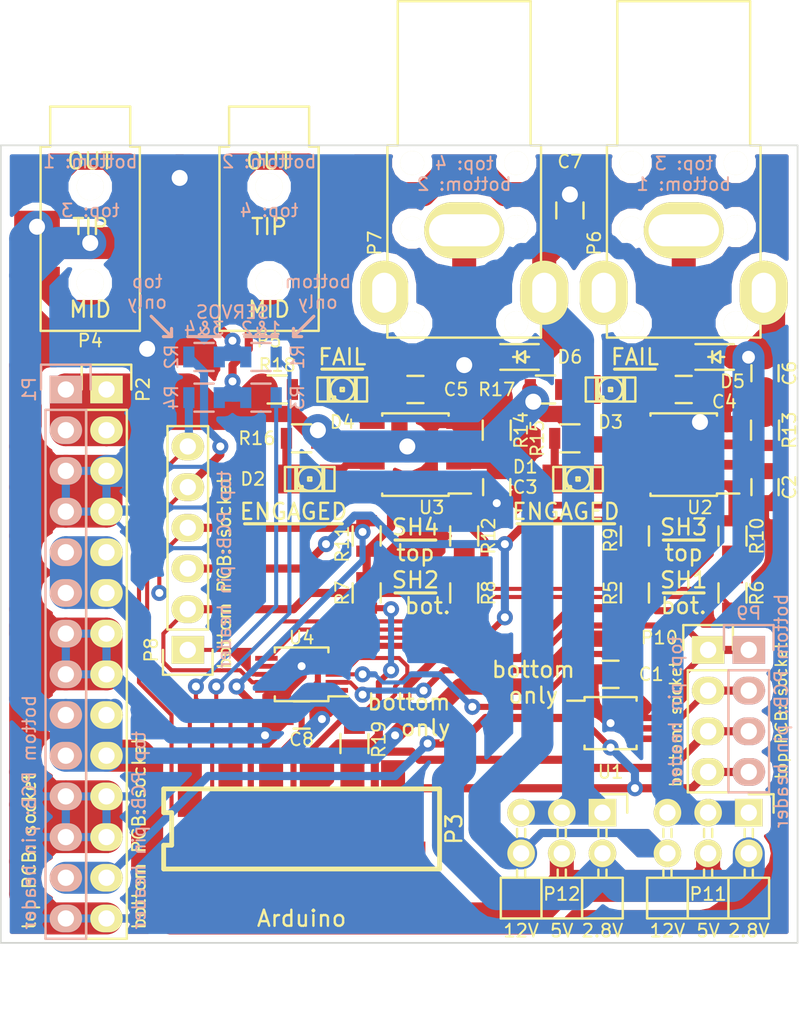
<source format=kicad_pcb>
(kicad_pcb (version 4) (host pcbnew "(2015-03-02 BZR 5466)-product")
  (layers (0 F.Cu signal) (31 B.Cu signal hide) (34 B.Paste user) (35 F.Paste user) (36 B.SilkS user) (37 F.SilkS user) (38 B.Mask user) (39 F.Mask user) (44 Edge.Cuts user))
  (net 0 "")
  (net 1 +5VP)
  (net 2 GND)
  (net 3 +12V)
  (net 4 /shutterPWM/SHA_PWR)
  (net 5 /shutterPWM/SHB_PWR)
  (net 6 /shutterPWM/SHA_O/C)
  (net 7 /shutterPWM/SHB_O/C)
  (net 8 +2V5)
  (net 9 +3V3)
  (net 10 /SERVO3)
  (net 11 /SERVO4)
  (net 12 /SERVO1)
  (net 13 /SERVO2)
  (net 14 /shutterPWM/SH3)
  (net 15 /shutterPWM/SH4)
  (net 16 /shutterPWM/SH1)
  (net 17 /shutterPWM/SH2)
  (net 18 /shutterPWM/SH_~LDAC)
  (net 19 "Net-(P3-Pad10)")
  (net 20 /I2C/SCL_3V3)
  (net 21 /I2C/SDA_3V3)
  (net 22 /SERVOA)
  (net 23 /SERVOB)
  (net 24 "Net-(P6-Pad3)")
  (net 25 "Net-(P7-Pad3)")
  (net 26 /shutterPWM/SH3_PWM)
  (net 27 /shutterPWM/SH4_PWM)
  (net 28 /I2C/SDA_5V)
  (net 29 /I2C/SCL_5V)
  (net 30 /shutterPWM/SHA_IN)
  (net 31 /shutterPWM/SH1_PWM)
  (net 32 /shutterPWM/SHA_PWM)
  (net 33 /shutterPWM/SHB_IN)
  (net 34 /shutterPWM/SH2_PWM)
  (net 35 /shutterPWM/SHB_PWM)
  (net 36 /shutterPWM/DA)
  (net 37 /shutterPWM/DB)
  (net 38 /shutterPWM/ENG_A)
  (net 39 /shutterPWM/EA)
  (net 40 /shutterPWM/ENG_B)
  (net 41 /shutterPWM/EB)
  (net 42 /shutterPWM/FA)
  (net 43 /shutterPWM/FB)
  (net 44 /shutterPWM/OA)
  (net 45 /shutterPWM/OB)
  (net 46 "Net-(U4-Pad5)")
  (net 47 "Net-(R19-Pad2)")
  (module Diodes_SMD:SOD-323 (layer F.Cu) (at 132.588 113.284)
    (fp_text reference D6 (at 3.048 0) (layer F.SilkS) (effects (font (size 0.8 0.8) (thickness 0.12))))
    (fp_text value PMEG2020 hide)
    (pad 1 smd rect (at -1.055 0) (size 1 1) (layers F.Cu F.Paste F.Mask) (net 7 /shutterPWM/SHB_O/C))
    (pad 2 smd rect (at 1.055 0) (size 1 1) (layers F.Cu F.Paste F.Mask) (net 5 /shutterPWM/SHB_PWR))
  )
  (module Diodes_SMD:SOD-323 (layer F.Cu) (at 144.78 113.284)
    (fp_text reference D5 (at 1.016 1.524) (layer F.SilkS) (effects (font (size 0.8 0.8) (thickness 0.12))))
    (fp_text value PMEG2020 hide)
    (pad 1 smd rect (at -1.055 0) (size 1 1) (layers F.Cu F.Paste F.Mask) (net 6 /shutterPWM/SHA_O/C))
    (pad 2 smd rect (at 1.055 0) (size 1 1) (layers F.Cu F.Paste F.Mask) (net 4 /shutterPWM/SHA_PWR))
  )
  (module LEDs:LED-1206 (layer F.Cu) (at 138.176 115.316)
    (fp_text reference D3 (at 0 2.032) (layer F.SilkS) (effects (font (size 0.8 0.8) (thickness 0.12))))
    (fp_text value RED hide)
    (pad 2 smd rect (at 1.41986 0 180) (size 1.59766 1.80086) (layers F.Cu F.Paste F.Mask) (net 6 /shutterPWM/SHA_O/C))
    (pad 1 smd rect (at -1.41986 0 180) (size 1.59766 1.80086) (layers F.Cu F.Paste F.Mask) (net 42 /shutterPWM/FA))
  )
  (module LEDs:LED-1206 (layer F.Cu) (at 121.412 115.316)
    (fp_text reference D4 (at 0 2.032) (layer F.SilkS) (effects (font (size 0.8 0.8) (thickness 0.12))))
    (fp_text value RED hide)
    (pad 2 smd rect (at 1.41986 0 180) (size 1.59766 1.80086) (layers F.Cu F.Paste F.Mask) (net 7 /shutterPWM/SHB_O/C))
    (pad 1 smd rect (at -1.41986 0 180) (size 1.59766 1.80086) (layers F.Cu F.Paste F.Mask) (net 43 /shutterPWM/FB))
  )
  (module LEDs:LED-1206 (layer F.Cu) (at 119.38 120.904)
    (fp_text reference D2 (at -3.556 0) (layer F.SilkS) (effects (font (size 0.8 0.8) (thickness 0.12))))
    (fp_text value YELLOW hide)
    (pad 2 smd rect (at 1.41986 0 180) (size 1.59766 1.80086) (layers F.Cu F.Paste F.Mask) (net 40 /shutterPWM/ENG_B))
    (pad 1 smd rect (at -1.41986 0 180) (size 1.59766 1.80086) (layers F.Cu F.Paste F.Mask) (net 41 /shutterPWM/EB))
  )
  (module LEDs:LED-1206 (layer F.Cu) (at 136.144 120.904)
    (fp_text reference D1 (at -3.302 -0.762 180) (layer F.SilkS) (effects (font (size 0.8 0.8) (thickness 0.12))))
    (fp_text value YELLOW hide)
    (pad 2 smd rect (at 1.41986 0 180) (size 1.59766 1.80086) (layers F.Cu F.Paste F.Mask) (net 38 /shutterPWM/ENG_A))
    (pad 1 smd rect (at -1.41986 0 180) (size 1.59766 1.80086) (layers F.Cu F.Paste F.Mask) (net 39 /shutterPWM/EA))
  )
  (module Pin_Headers:Pin_Header_Angled_2x03 (layer F.Cu) (at 137.668 141.732 270)
    (fp_text reference P12 (at 5.08 2.54 360) (layer F.SilkS) (effects (font (size 0.8 0.8) (thickness 0.12))))
    (fp_text value Header_R/A_2x3 hide)
    (pad 1 thru_hole rect (at 0 0 270) (size 1.7272 1.7272) (drill 1.016) (layers *.Cu *.Mask F.SilkS) (net 5 /shutterPWM/SHB_PWR))
    (pad 2 thru_hole oval (at 2.54 0 270) (size 1.7272 1.7272) (drill 1.016) (layers *.Cu *.Mask F.SilkS) (net 8 +2V5))
    (pad 3 thru_hole oval (at 0 2.54 270) (size 1.7272 1.7272) (drill 1.016) (layers *.Cu *.Mask F.SilkS) (net 5 /shutterPWM/SHB_PWR))
    (pad 4 thru_hole oval (at 2.54 2.54 270) (size 1.7272 1.7272) (drill 1.016) (layers *.Cu *.Mask F.SilkS) (net 1 +5VP))
    (pad 5 thru_hole oval (at 0 5.08 270) (size 1.7272 1.7272) (drill 1.016) (layers *.Cu *.Mask F.SilkS) (net 5 /shutterPWM/SHB_PWR))
    (pad 6 thru_hole oval (at 2.54 5.08 270) (size 1.7272 1.7272) (drill 1.016) (layers *.Cu *.Mask F.SilkS) (net 3 +12V))
  )
  (module Pin_Headers:Pin_Header_Angled_2x03 (layer F.Cu) (at 146.812 141.732 270)
    (fp_text reference P11 (at 5.08 2.54 540) (layer F.SilkS) (effects (font (size 0.8 0.8) (thickness 0.12))))
    (fp_text value Header_R/A_2x3 hide)
    (pad 1 thru_hole rect (at 0 0 270) (size 1.7272 1.7272) (drill 1.016) (layers *.Cu *.Mask F.SilkS) (net 4 /shutterPWM/SHA_PWR))
    (pad 2 thru_hole oval (at 2.54 0 270) (size 1.7272 1.7272) (drill 1.016) (layers *.Cu *.Mask F.SilkS) (net 8 +2V5))
    (pad 3 thru_hole oval (at 0 2.54 270) (size 1.7272 1.7272) (drill 1.016) (layers *.Cu *.Mask F.SilkS) (net 4 /shutterPWM/SHA_PWR))
    (pad 4 thru_hole oval (at 2.54 2.54 270) (size 1.7272 1.7272) (drill 1.016) (layers *.Cu *.Mask F.SilkS) (net 1 +5VP))
    (pad 5 thru_hole oval (at 0 5.08 270) (size 1.7272 1.7272) (drill 1.016) (layers *.Cu *.Mask F.SilkS) (net 4 /shutterPWM/SHA_PWR))
    (pad 6 thru_hole oval (at 2.54 5.08 270) (size 1.7272 1.7272) (drill 1.016) (layers *.Cu *.Mask F.SilkS) (net 3 +12V))
  )
  (module jakub:PSG01544 (layer F.Cu) (at 142.748 100.076 270)
    (fp_text reference P6 (at 6.096 5.588 270) (layer F.SilkS) (effects (font (size 0.8 0.8) (thickness 0.12))))
    (fp_text value RCA_3 hide)
    (pad "" np_thru_hole circle (at 11.1 -3.25 270) (size 1.5 1.5) (drill 1.5) (layers *.Cu *.Mask F.SilkS))
    (pad "" np_thru_hole circle (at 11.1 3.25 270) (size 1.5 1.5) (drill 1.5) (layers *.Cu *.Mask F.SilkS))
    (pad "" np_thru_hole circle (at 5.1 -3.25 270) (size 1.5 1.5) (drill 1.5) (layers *.Cu *.Mask F.SilkS))
    (pad "" np_thru_hole circle (at 5.2 3.25 270) (size 1.5 1.5) (drill 1.5) (layers *.Cu *.Mask F.SilkS))
    (pad "" np_thru_hole circle (at 1.1 -3.25 270) (size 1.5 1.5) (drill 1.5) (layers *.Cu *.Mask F.SilkS))
    (pad "" np_thru_hole circle (at 1.1 3.25 270) (size 1.5 1.5) (drill 1.5) (layers *.Cu *.Mask F.SilkS))
    (pad 2 thru_hole oval (at 9.2 -5 270) (size 4 3) (drill oval 2.5 1.5) (layers *.Cu *.Mask F.SilkS) (net 4 /shutterPWM/SHA_PWR))
    (pad 3 thru_hole oval (at 9.2 5 270) (size 4 3) (drill oval 2.5 1.5) (layers *.Cu *.Mask F.SilkS) (net 24 "Net-(P6-Pad3)"))
    (pad 1 thru_hole oval (at 5.3 0 270) (size 3.5 5) (drill oval 2 4.4) (layers *.Cu *.Mask F.SilkS) (net 6 /shutterPWM/SHA_O/C))
  )
  (module jakub:PSG01544 (layer F.Cu) (at 129.032 100.076 270)
    (fp_text reference P7 (at 6.096 5.588 270) (layer F.SilkS) (effects (font (size 0.8 0.8) (thickness 0.12))))
    (fp_text value RCA_3 hide)
    (pad "" np_thru_hole circle (at 11.1 -3.25 270) (size 1.5 1.5) (drill 1.5) (layers *.Cu *.Mask F.SilkS))
    (pad "" np_thru_hole circle (at 11.1 3.25 270) (size 1.5 1.5) (drill 1.5) (layers *.Cu *.Mask F.SilkS))
    (pad "" np_thru_hole circle (at 5.1 -3.25 270) (size 1.5 1.5) (drill 1.5) (layers *.Cu *.Mask F.SilkS))
    (pad "" np_thru_hole circle (at 5.2 3.25 270) (size 1.5 1.5) (drill 1.5) (layers *.Cu *.Mask F.SilkS))
    (pad "" np_thru_hole circle (at 1.1 -3.25 270) (size 1.5 1.5) (drill 1.5) (layers *.Cu *.Mask F.SilkS))
    (pad "" np_thru_hole circle (at 1.1 3.25 270) (size 1.5 1.5) (drill 1.5) (layers *.Cu *.Mask F.SilkS))
    (pad 2 thru_hole oval (at 9.2 -5 270) (size 4 3) (drill oval 2.5 1.5) (layers *.Cu *.Mask F.SilkS) (net 5 /shutterPWM/SHB_PWR))
    (pad 3 thru_hole oval (at 9.2 5 270) (size 4 3) (drill oval 2.5 1.5) (layers *.Cu *.Mask F.SilkS) (net 25 "Net-(P7-Pad3)"))
    (pad 1 thru_hole oval (at 5.3 0 270) (size 3.5 5) (drill oval 2 4.4) (layers *.Cu *.Mask F.SilkS) (net 7 /shutterPWM/SHB_O/C))
  )
  (module Pin_Headers:Pin_Header_Straight_1x04 (layer B.Cu) (at 146.812 131.572 180)
    (fp_text reference P9 (at 0 2.286 360) (layer B.SilkS) (effects (font (size 0.8 0.8) (thickness 0.12)) (justify mirror)))
    (fp_text value Header_1x4 hide)
    (pad 1 thru_hole rect (at 0 0 180) (size 2.032 1.7272) (drill 1.016) (layers *.Cu *.Mask B.SilkS) (net 29 /I2C/SCL_5V))
    (pad 2 thru_hole oval (at 0 -2.54 180) (size 2.032 1.7272) (drill 1.016) (layers *.Cu *.Mask B.SilkS) (net 28 /I2C/SDA_5V))
    (pad 3 thru_hole oval (at 0 -5.08 180) (size 2.032 1.7272) (drill 1.016) (layers *.Cu *.Mask B.SilkS) (net 21 /I2C/SDA_3V3))
    (pad 4 thru_hole oval (at 0 -7.62 180) (size 2.032 1.7272) (drill 1.016) (layers *.Cu *.Mask B.SilkS) (net 20 /I2C/SCL_3V3))
  )
  (module Resistors_SMD:R_0805 (layer B.Cu) (at 116.332 113.284 180)
    (fp_text reference R1 (at -2.286 0 270) (layer B.SilkS) (effects (font (size 0.8 0.8) (thickness 0.12)) (justify mirror)))
    (fp_text value 0R hide)
    (pad 1 smd rect (at -0.95 0 180) (size 0.7 1.3) (layers B.Cu B.Paste B.Mask) (net 12 /SERVO1))
    (pad 2 smd rect (at 0.95 0 180) (size 0.7 1.3) (layers B.Cu B.Paste B.Mask) (net 22 /SERVOA))
  )
  (module Resistors_SMD:R_0805 (layer B.Cu) (at 112.776 113.284)
    (fp_text reference R2 (at -2.032 0 90) (layer B.SilkS) (effects (font (size 0.8 0.8) (thickness 0.12)) (justify mirror)))
    (fp_text value 0R hide)
    (pad 1 smd rect (at -0.95 0) (size 0.7 1.3) (layers B.Cu B.Paste B.Mask) (net 10 /SERVO3))
    (pad 2 smd rect (at 0.95 0) (size 0.7 1.3) (layers B.Cu B.Paste B.Mask) (net 22 /SERVOA))
  )
  (module Resistors_SMD:R_0805 (layer B.Cu) (at 116.332 115.824 180)
    (fp_text reference R3 (at -2.286 0 270) (layer B.SilkS) (effects (font (size 0.8 0.8) (thickness 0.12)) (justify mirror)))
    (fp_text value 0R hide)
    (pad 1 smd rect (at -0.95 0 180) (size 0.7 1.3) (layers B.Cu B.Paste B.Mask) (net 13 /SERVO2))
    (pad 2 smd rect (at 0.95 0 180) (size 0.7 1.3) (layers B.Cu B.Paste B.Mask) (net 23 /SERVOB))
  )
  (module Resistors_SMD:R_0805 (layer B.Cu) (at 112.776 115.824)
    (fp_text reference R4 (at -2.032 0 90) (layer B.SilkS) (effects (font (size 0.8 0.8) (thickness 0.12)) (justify mirror)))
    (fp_text value 0R hide)
    (pad 1 smd rect (at -0.95 0) (size 0.7 1.3) (layers B.Cu B.Paste B.Mask) (net 11 /SERVO4))
    (pad 2 smd rect (at 0.95 0) (size 0.7 1.3) (layers B.Cu B.Paste B.Mask) (net 23 /SERVOB))
  )
  (module Housings_SSOP:TSSOP-8_3x3mm_Pitch0.65mm (layer F.Cu) (at 138.176 136.144)
    (fp_text reference U1 (at 0 3.048) (layer F.SilkS) (effects (font (size 0.8 0.8) (thickness 0.12))))
    (fp_text value PCA9306 hide)
    (pad 1 smd rect (at -2.15 -0.975) (size 1.1 0.4) (layers F.Cu F.Paste F.Mask) (net 2 GND))
    (pad 2 smd rect (at -2.15 -0.325) (size 1.1 0.4) (layers F.Cu F.Paste F.Mask) (net 9 +3V3))
    (pad 3 smd rect (at -2.15 0.325) (size 1.1 0.4) (layers F.Cu F.Paste F.Mask) (net 20 /I2C/SCL_3V3))
    (pad 4 smd rect (at -2.15 0.975) (size 1.1 0.4) (layers F.Cu F.Paste F.Mask) (net 21 /I2C/SDA_3V3))
    (pad 5 smd rect (at 2.15 0.975) (size 1.1 0.4) (layers F.Cu F.Paste F.Mask) (net 28 /I2C/SDA_5V))
    (pad 6 smd rect (at 2.15 0.325) (size 1.1 0.4) (layers F.Cu F.Paste F.Mask) (net 29 /I2C/SCL_5V))
    (pad 7 smd rect (at 2.15 -0.325) (size 1.1 0.4) (layers F.Cu F.Paste F.Mask) (net 1 +5VP))
    (pad 8 smd rect (at 2.15 -0.975) (size 1.1 0.4) (layers F.Cu F.Paste F.Mask) (net 1 +5VP))
  )
  (module Housings_SSOP:MSOP-10_3x3mm_Pitch0.5mm (layer F.Cu) (at 118.872 133.096 180)
    (fp_text reference U4 (at 0 2.286 180) (layer F.SilkS) (effects (font (size 0.8 0.8) (thickness 0.12))))
    (fp_text value MCP4728 hide)
    (pad 1 smd rect (at -2.2 -1 180) (size 1.4 0.3) (layers F.Cu F.Paste F.Mask) (net 1 +5VP))
    (pad 2 smd rect (at -2.2 -0.5 180) (size 1.4 0.3) (layers F.Cu F.Paste F.Mask) (net 29 /I2C/SCL_5V))
    (pad 3 smd rect (at -2.2 0 180) (size 1.4 0.3) (layers F.Cu F.Paste F.Mask) (net 28 /I2C/SDA_5V))
    (pad 4 smd rect (at -2.2 0.5 180) (size 1.4 0.3) (layers F.Cu F.Paste F.Mask) (net 47 "Net-(R19-Pad2)"))
    (pad 5 smd rect (at -2.2 1 180) (size 1.4 0.3) (layers F.Cu F.Paste F.Mask) (net 46 "Net-(U4-Pad5)"))
    (pad 6 smd rect (at 2.2 1 180) (size 1.4 0.3) (layers F.Cu F.Paste F.Mask) (net 31 /shutterPWM/SH1_PWM))
    (pad 7 smd rect (at 2.2 0.5 180) (size 1.4 0.3) (layers F.Cu F.Paste F.Mask) (net 34 /shutterPWM/SH2_PWM))
    (pad 8 smd rect (at 2.2 0 180) (size 1.4 0.3) (layers F.Cu F.Paste F.Mask) (net 26 /shutterPWM/SH3_PWM))
    (pad 9 smd rect (at 2.2 -0.5 180) (size 1.4 0.3) (layers F.Cu F.Paste F.Mask) (net 27 /shutterPWM/SH4_PWM))
    (pad 10 smd rect (at 2.2 -1 180) (size 1.4 0.3) (layers F.Cu F.Paste F.Mask) (net 2 GND))
  )
  (module jakub:MJ4435-R (layer F.Cu) (at 116.84 105.156 270)
    (fp_text reference P5 (at 7.112 0 360) (layer F.SilkS) (effects (font (size 0.8 0.8) (thickness 0.12))))
    (fp_text value Jack_3.5mm_3pin hide)
    (fp_text user MID (at 5.16 0 360) (layer F.SilkS))
    (fp_text user TIP (at 0 0 360) (layer F.SilkS))
    (fp_text user OUT (at -4.1 0 360) (layer F.SilkS))
    (pad "" np_thru_hole circle (at 3.5 0 270) (size 1.7 1.7) (drill 1.7) (layers *.Cu *.Mask F.SilkS))
    (pad "" np_thru_hole circle (at -2.5 0 270) (size 1.7 1.7) (drill 1.7) (layers *.Cu *.Mask F.SilkS))
    (pad 1 smd rect (at -3.2 -3.325 270) (size 2 2.85) (layers F.Cu F.Paste F.Mask) (net 2 GND))
    (pad 3 smd rect (at 0 -3.325 270) (size 2 2.85) (layers F.Cu F.Paste F.Mask) (net 1 +5VP))
    (pad 2 smd rect (at 3.5 -3.325 270) (size 2 2.85) (layers F.Cu F.Paste F.Mask) (net 23 /SERVOB))
    (pad 1 smd rect (at -3.2 3.325 270) (size 2 2.85) (layers F.Cu F.Paste F.Mask) (net 2 GND))
    (pad 3 smd rect (at 0 3.325 270) (size 2 2.85) (layers F.Cu F.Paste F.Mask) (net 1 +5VP))
    (pad 2 smd rect (at 3.5 3.325 270) (size 2 2.85) (layers F.Cu F.Paste F.Mask) (net 23 /SERVOB))
  )
  (module jakub:MJ4435-R (layer F.Cu) (at 105.664 105.156 270)
    (fp_text reference P4 (at 7.112 0 360) (layer F.SilkS) (effects (font (size 0.8 0.8) (thickness 0.12))))
    (fp_text value Jack_3.5mm_3pin hide)
    (fp_text user MID (at 5.16 0 360) (layer F.SilkS))
    (fp_text user TIP (at 0 0 360) (layer F.SilkS))
    (fp_text user OUT (at -4.1 0 360) (layer F.SilkS))
    (pad "" np_thru_hole circle (at 3.5 0 270) (size 1.7 1.7) (drill 1.7) (layers *.Cu *.Mask F.SilkS))
    (pad "" np_thru_hole circle (at -2.5 0 270) (size 1.7 1.7) (drill 1.7) (layers *.Cu *.Mask F.SilkS))
    (pad 1 smd rect (at -3.2 -3.325 270) (size 2 2.85) (layers F.Cu F.Paste F.Mask) (net 2 GND))
    (pad 3 smd rect (at 0 -3.325 270) (size 2 2.85) (layers F.Cu F.Paste F.Mask) (net 1 +5VP))
    (pad 2 smd rect (at 3.5 -3.325 270) (size 2 2.85) (layers F.Cu F.Paste F.Mask) (net 22 /SERVOA))
    (pad 1 smd rect (at -3.2 3.325 270) (size 2 2.85) (layers F.Cu F.Paste F.Mask) (net 2 GND))
    (pad 3 smd rect (at 0 3.325 270) (size 2 2.85) (layers F.Cu F.Paste F.Mask) (net 1 +5VP))
    (pad 2 smd rect (at 3.5 3.325 270) (size 2 2.85) (layers F.Cu F.Paste F.Mask) (net 22 /SERVOA))
  )
  (module Housings_SOIC:SOIC-8_3.9x4.9mm_Pitch1.27mm (layer F.Cu) (at 142.748 119.38 180)
    (fp_text reference U2 (at -1.016 -3.302 180) (layer F.SilkS) (effects (font (size 0.8 0.8) (thickness 0.12))))
    (fp_text value DRV103 hide)
    (pad 1 smd rect (at -2.7 -1.905 180) (size 1.55 0.6) (layers F.Cu F.Paste F.Mask) (net 32 /shutterPWM/SHA_PWM))
    (pad 2 smd rect (at -2.7 -0.635 180) (size 1.55 0.6) (layers F.Cu F.Paste F.Mask) (net 36 /shutterPWM/DA))
    (pad 3 smd rect (at -2.7 0.635 180) (size 1.55 0.6) (layers F.Cu F.Paste F.Mask) (net 44 /shutterPWM/OA))
    (pad 4 smd rect (at -2.7 1.905 180) (size 1.55 0.6) (layers F.Cu F.Paste F.Mask) (net 2 GND))
    (pad 5 smd rect (at 2.7 1.905 180) (size 1.55 0.6) (layers F.Cu F.Paste F.Mask) (net 6 /shutterPWM/SHA_O/C))
    (pad 6 smd rect (at 2.7 0.635 180) (size 1.55 0.6) (layers F.Cu F.Paste F.Mask) (net 3 +12V))
    (pad 7 smd rect (at 2.7 -0.635 180) (size 1.55 0.6) (layers F.Cu F.Paste F.Mask) (net 38 /shutterPWM/ENG_A))
    (pad 8 smd rect (at 2.7 -1.905 180) (size 1.55 0.6) (layers F.Cu F.Paste F.Mask) (net 30 /shutterPWM/SHA_IN))
  )
  (module Housings_SOIC:SOIC-8_3.9x4.9mm_Pitch1.27mm (layer F.Cu) (at 125.984 119.38 180)
    (fp_text reference U3 (at -1.016 -3.302 180) (layer F.SilkS) (effects (font (size 0.8 0.8) (thickness 0.12))))
    (fp_text value DRV103 hide)
    (pad 1 smd rect (at -2.7 -1.905 180) (size 1.55 0.6) (layers F.Cu F.Paste F.Mask) (net 35 /shutterPWM/SHB_PWM))
    (pad 2 smd rect (at -2.7 -0.635 180) (size 1.55 0.6) (layers F.Cu F.Paste F.Mask) (net 37 /shutterPWM/DB))
    (pad 3 smd rect (at -2.7 0.635 180) (size 1.55 0.6) (layers F.Cu F.Paste F.Mask) (net 45 /shutterPWM/OB))
    (pad 4 smd rect (at -2.7 1.905 180) (size 1.55 0.6) (layers F.Cu F.Paste F.Mask) (net 2 GND))
    (pad 5 smd rect (at 2.7 1.905 180) (size 1.55 0.6) (layers F.Cu F.Paste F.Mask) (net 7 /shutterPWM/SHB_O/C))
    (pad 6 smd rect (at 2.7 0.635 180) (size 1.55 0.6) (layers F.Cu F.Paste F.Mask) (net 3 +12V))
    (pad 7 smd rect (at 2.7 -0.635 180) (size 1.55 0.6) (layers F.Cu F.Paste F.Mask) (net 40 /shutterPWM/ENG_B))
    (pad 8 smd rect (at 2.7 -1.905 180) (size 1.55 0.6) (layers F.Cu F.Paste F.Mask) (net 33 /shutterPWM/SHB_IN))
  )
  (module Capacitors_SMD:C_0805 (layer F.Cu) (at 138.176 133.096 180)
    (fp_text reference C1 (at -2.54 0 360) (layer F.SilkS) (effects (font (size 0.8 0.8) (thickness 0.12))))
    (fp_text value 100n hide)
    (pad 1 smd rect (at -1 0 180) (size 1 1.25) (layers F.Cu F.Paste F.Mask) (net 1 +5VP))
    (pad 2 smd rect (at 1 0 180) (size 1 1.25) (layers F.Cu F.Paste F.Mask) (net 2 GND))
  )
  (module Capacitors_SMD:C_0805 (layer F.Cu) (at 147.828 121.412 90)
    (fp_text reference C2 (at 0 1.524 90) (layer F.SilkS) (effects (font (size 0.8 0.8) (thickness 0.12))))
    (fp_text value 10n hide)
    (pad 1 smd rect (at -1 0 90) (size 1 1.25) (layers F.Cu F.Paste F.Mask) (net 2 GND))
    (pad 2 smd rect (at 1 0 90) (size 1 1.25) (layers F.Cu F.Paste F.Mask) (net 36 /shutterPWM/DA))
  )
  (module Capacitors_SMD:C_0805 (layer F.Cu) (at 131.064 121.412 90)
    (fp_text reference C3 (at 0 1.778 180) (layer F.SilkS) (effects (font (size 0.8 0.8) (thickness 0.12))))
    (fp_text value 10n hide)
    (pad 1 smd rect (at -1 0 90) (size 1 1.25) (layers F.Cu F.Paste F.Mask) (net 2 GND))
    (pad 2 smd rect (at 1 0 90) (size 1 1.25) (layers F.Cu F.Paste F.Mask) (net 37 /shutterPWM/DB))
  )
  (module Capacitors_SMD:C_0805 (layer F.Cu) (at 142.748 115.316 180)
    (fp_text reference C4 (at -2.54 -0.762 180) (layer F.SilkS) (effects (font (size 0.8 0.8) (thickness 0.12))))
    (fp_text value 4u7/25V hide)
    (pad 1 smd rect (at -1 0 180) (size 1 1.25) (layers F.Cu F.Paste F.Mask) (net 2 GND))
    (pad 2 smd rect (at 1 0 180) (size 1 1.25) (layers F.Cu F.Paste F.Mask) (net 3 +12V))
  )
  (module Capacitors_SMD:C_0805 (layer F.Cu) (at 125.984 115.316 180)
    (fp_text reference C5 (at -2.54 0 180) (layer F.SilkS) (effects (font (size 0.8 0.8) (thickness 0.12))))
    (fp_text value 4u7/25V hide)
    (pad 1 smd rect (at -1 0 180) (size 1 1.25) (layers F.Cu F.Paste F.Mask) (net 2 GND))
    (pad 2 smd rect (at 1 0 180) (size 1 1.25) (layers F.Cu F.Paste F.Mask) (net 3 +12V))
  )
  (module Capacitors_SMD:C_0805 (layer F.Cu) (at 147.828 114.3 90)
    (fp_text reference C6 (at 0 1.524 270) (layer F.SilkS) (effects (font (size 0.8 0.8) (thickness 0.12))))
    (fp_text value 10u/25V hide)
    (pad 1 smd rect (at -1 0 90) (size 1 1.25) (layers F.Cu F.Paste F.Mask) (net 2 GND))
    (pad 2 smd rect (at 1 0 90) (size 1 1.25) (layers F.Cu F.Paste F.Mask) (net 4 /shutterPWM/SHA_PWR))
  )
  (module Capacitors_SMD:C_0805 (layer F.Cu) (at 135.636 104.14 270)
    (fp_text reference C7 (at -3.048 0 360) (layer F.SilkS) (effects (font (size 0.8 0.8) (thickness 0.12))))
    (fp_text value 10u/25V hide)
    (pad 1 smd rect (at -1 0 270) (size 1 1.25) (layers F.Cu F.Paste F.Mask) (net 2 GND))
    (pad 2 smd rect (at 1 0 270) (size 1 1.25) (layers F.Cu F.Paste F.Mask) (net 5 /shutterPWM/SHB_PWR))
  )
  (module Capacitors_SMD:C_0805 (layer F.Cu) (at 118.872 135.636)
    (fp_text reference C8 (at 0 1.524) (layer F.SilkS) (effects (font (size 0.8 0.8) (thickness 0.12))))
    (fp_text value 100n hide)
    (pad 1 smd rect (at -1 0) (size 1 1.25) (layers F.Cu F.Paste F.Mask) (net 2 GND))
    (pad 2 smd rect (at 1 0) (size 1 1.25) (layers F.Cu F.Paste F.Mask) (net 1 +5VP))
  )
  (module Resistors_SMD:R_0805 (layer F.Cu) (at 139.7 124.46 90)
    (fp_text reference R9 (at -0.254 -1.524 90) (layer F.SilkS) (effects (font (size 0.8 0.8) (thickness 0.12))))
    (fp_text value 0R hide)
    (pad 1 smd rect (at -0.95 0 90) (size 0.7 1.3) (layers F.Cu F.Paste F.Mask) (net 30 /shutterPWM/SHA_IN))
    (pad 2 smd rect (at 0.95 0 90) (size 0.7 1.3) (layers F.Cu F.Paste F.Mask) (net 14 /shutterPWM/SH3))
  )
  (module Resistors_SMD:R_0805 (layer F.Cu) (at 145.796 128.016 90)
    (fp_text reference R6 (at 0 1.524 90) (layer F.SilkS) (effects (font (size 0.8 0.8) (thickness 0.12))))
    (fp_text value 0R hide)
    (pad 1 smd rect (at -0.95 0 90) (size 0.7 1.3) (layers F.Cu F.Paste F.Mask) (net 31 /shutterPWM/SH1_PWM))
    (pad 2 smd rect (at 0.95 0 90) (size 0.7 1.3) (layers F.Cu F.Paste F.Mask) (net 32 /shutterPWM/SHA_PWM))
  )
  (module Resistors_SMD:R_0805 (layer F.Cu) (at 122.936 124.46 90)
    (fp_text reference R11 (at -0.508 -1.524 90) (layer F.SilkS) (effects (font (size 0.8 0.8) (thickness 0.12))))
    (fp_text value 0R hide)
    (pad 1 smd rect (at -0.95 0 90) (size 0.7 1.3) (layers F.Cu F.Paste F.Mask) (net 33 /shutterPWM/SHB_IN))
    (pad 2 smd rect (at 0.95 0 90) (size 0.7 1.3) (layers F.Cu F.Paste F.Mask) (net 15 /shutterPWM/SH4))
  )
  (module Resistors_SMD:R_0805 (layer F.Cu) (at 129.032 128.016 90)
    (fp_text reference R8 (at 0 1.524 90) (layer F.SilkS) (effects (font (size 0.8 0.8) (thickness 0.12))))
    (fp_text value 0R hide)
    (pad 1 smd rect (at -0.95 0 90) (size 0.7 1.3) (layers F.Cu F.Paste F.Mask) (net 34 /shutterPWM/SH2_PWM))
    (pad 2 smd rect (at 0.95 0 90) (size 0.7 1.3) (layers F.Cu F.Paste F.Mask) (net 35 /shutterPWM/SHB_PWM))
  )
  (module Resistors_SMD:R_0805 (layer F.Cu) (at 139.7 128.016 90)
    (fp_text reference R5 (at 0 -1.524 90) (layer F.SilkS) (effects (font (size 0.8 0.8) (thickness 0.12))))
    (fp_text value 0R hide)
    (pad 1 smd rect (at -0.95 0 90) (size 0.7 1.3) (layers F.Cu F.Paste F.Mask) (net 16 /shutterPWM/SH1))
    (pad 2 smd rect (at 0.95 0 90) (size 0.7 1.3) (layers F.Cu F.Paste F.Mask) (net 30 /shutterPWM/SHA_IN))
  )
  (module Resistors_SMD:R_0805 (layer F.Cu) (at 145.796 124.46 270)
    (fp_text reference R10 (at 0 -1.524 270) (layer F.SilkS) (effects (font (size 0.8 0.8) (thickness 0.12))))
    (fp_text value 0R hide)
    (pad 1 smd rect (at -0.95 0 270) (size 0.7 1.3) (layers F.Cu F.Paste F.Mask) (net 32 /shutterPWM/SHA_PWM))
    (pad 2 smd rect (at 0.95 0 270) (size 0.7 1.3) (layers F.Cu F.Paste F.Mask) (net 26 /shutterPWM/SH3_PWM))
  )
  (module Resistors_SMD:R_0805 (layer F.Cu) (at 122.936 128.016 90)
    (fp_text reference R7 (at 0 -1.524 90) (layer F.SilkS) (effects (font (size 0.8 0.8) (thickness 0.12))))
    (fp_text value 0R hide)
    (pad 1 smd rect (at -0.95 0 90) (size 0.7 1.3) (layers F.Cu F.Paste F.Mask) (net 17 /shutterPWM/SH2))
    (pad 2 smd rect (at 0.95 0 90) (size 0.7 1.3) (layers F.Cu F.Paste F.Mask) (net 33 /shutterPWM/SHB_IN))
  )
  (module Resistors_SMD:R_0805 (layer F.Cu) (at 129.032 124.46 270)
    (fp_text reference R12 (at 0 -1.524 270) (layer F.SilkS) (effects (font (size 0.8 0.8) (thickness 0.12))))
    (fp_text value 0R hide)
    (pad 1 smd rect (at -0.95 0 270) (size 0.7 1.3) (layers F.Cu F.Paste F.Mask) (net 35 /shutterPWM/SHB_PWM))
    (pad 2 smd rect (at 0.95 0 270) (size 0.7 1.3) (layers F.Cu F.Paste F.Mask) (net 27 /shutterPWM/SH4_PWM))
  )
  (module Resistors_SMD:R_0805 (layer F.Cu) (at 147.828 117.856 270)
    (fp_text reference R13 (at 0 -1.524 270) (layer F.SilkS) (effects (font (size 0.8 0.8) (thickness 0.12))))
    (fp_text value 270k hide)
    (pad 1 smd rect (at -0.95 0 270) (size 0.7 1.3) (layers F.Cu F.Paste F.Mask) (net 2 GND))
    (pad 2 smd rect (at 0.95 0 270) (size 0.7 1.3) (layers F.Cu F.Paste F.Mask) (net 44 /shutterPWM/OA))
  )
  (module Resistors_SMD:R_0805 (layer F.Cu) (at 131.064 117.856 270)
    (fp_text reference R14 (at 0 -1.524 270) (layer F.SilkS) (effects (font (size 0.8 0.8) (thickness 0.12))))
    (fp_text value 270k hide)
    (pad 1 smd rect (at -0.95 0 270) (size 0.7 1.3) (layers F.Cu F.Paste F.Mask) (net 2 GND))
    (pad 2 smd rect (at 0.95 0 270) (size 0.7 1.3) (layers F.Cu F.Paste F.Mask) (net 45 /shutterPWM/OB))
  )
  (module Resistors_SMD:R_0805 (layer F.Cu) (at 135.636 118.364)
    (fp_text reference R15 (at -2.032 0 90) (layer F.SilkS) (effects (font (size 0.8 0.8) (thickness 0.12))))
    (fp_text value 10k hide)
    (pad 1 smd rect (at -0.95 0) (size 0.7 1.3) (layers F.Cu F.Paste F.Mask) (net 39 /shutterPWM/EA))
    (pad 2 smd rect (at 0.95 0) (size 0.7 1.3) (layers F.Cu F.Paste F.Mask) (net 3 +12V))
  )
  (module Resistors_SMD:R_0805 (layer F.Cu) (at 118.872 118.364)
    (fp_text reference R16 (at -2.794 0) (layer F.SilkS) (effects (font (size 0.8 0.8) (thickness 0.12))))
    (fp_text value 10k hide)
    (pad 1 smd rect (at -0.95 0) (size 0.7 1.3) (layers F.Cu F.Paste F.Mask) (net 41 /shutterPWM/EB))
    (pad 2 smd rect (at 0.95 0) (size 0.7 1.3) (layers F.Cu F.Paste F.Mask) (net 3 +12V))
  )
  (module Resistors_SMD:R_0805 (layer F.Cu) (at 134.112 115.316 180)
    (fp_text reference R17 (at 3.048 0 180) (layer F.SilkS) (effects (font (size 0.8 0.8) (thickness 0.12))))
    (fp_text value 10k hide)
    (pad 1 smd rect (at -0.95 0 180) (size 0.7 1.3) (layers F.Cu F.Paste F.Mask) (net 42 /shutterPWM/FA))
    (pad 2 smd rect (at 0.95 0 180) (size 0.7 1.3) (layers F.Cu F.Paste F.Mask) (net 3 +12V))
  )
  (module Resistors_SMD:R_0805 (layer F.Cu) (at 117.348 115.316 180)
    (fp_text reference R18 (at 0 1.524 180) (layer F.SilkS) (effects (font (size 0.8 0.8) (thickness 0.12))))
    (fp_text value 10k hide)
    (pad 1 smd rect (at -0.95 0 180) (size 0.7 1.3) (layers F.Cu F.Paste F.Mask) (net 43 /shutterPWM/FB))
    (pad 2 smd rect (at 0.95 0 180) (size 0.7 1.3) (layers F.Cu F.Paste F.Mask) (net 3 +12V))
  )
  (module Resistors_SMD:R_0805 (layer F.Cu) (at 122.174 137.414 90)
    (fp_text reference R19 (at 0.254 1.524 90) (layer F.SilkS) (effects (font (size 0.8 0.8) (thickness 0.12))))
    (fp_text value 0R hide)
    (pad 1 smd rect (at -0.95 0 90) (size 0.7 1.3) (layers F.Cu F.Paste F.Mask) (net 18 /shutterPWM/SH_~LDAC))
    (pad 2 smd rect (at 0.95 0 90) (size 0.7 1.3) (layers F.Cu F.Paste F.Mask) (net 47 "Net-(R19-Pad2)"))
  )
  (module jakub:1-188275-2 (layer F.Cu) (at 118.872 142.748)
    (fp_text reference P3 (at 9.525 0 90) (layer F.SilkS))
    (fp_text value "12-way Micro-MaTch" hide)
    (pad 1 smd rect (at -6.985 -2.5) (size 1.5 3.5) (layers F.Cu F.Paste F.Mask) (net 10 /SERVO3))
    (pad 2 smd rect (at -5.715 2.5) (size 1.5 3.5) (layers F.Cu F.Paste F.Mask) (net 11 /SERVO4))
    (pad 3 smd rect (at -4.445 -2.5) (size 1.5 3.5) (layers F.Cu F.Paste F.Mask) (net 12 /SERVO1))
    (pad 4 smd rect (at -3.175 2.5) (size 1.5 3.5) (layers F.Cu F.Paste F.Mask) (net 13 /SERVO2))
    (pad 5 smd rect (at -1.905 -2.5) (size 1.5 3.5) (layers F.Cu F.Paste F.Mask) (net 14 /shutterPWM/SH3))
    (pad 6 smd rect (at -0.635 2.5) (size 1.5 3.5) (layers F.Cu F.Paste F.Mask) (net 15 /shutterPWM/SH4))
    (pad 7 smd rect (at 0.635 -2.5) (size 1.5 3.5) (layers F.Cu F.Paste F.Mask) (net 16 /shutterPWM/SH1))
    (pad 8 smd rect (at 1.905 2.5) (size 1.5 3.5) (layers F.Cu F.Paste F.Mask) (net 17 /shutterPWM/SH2))
    (pad 9 smd rect (at 3.175 -2.54) (size 1.5 3.5) (layers F.Cu F.Paste F.Mask) (net 18 /shutterPWM/SH_~LDAC))
    (pad 10 smd rect (at 4.445 2.5) (size 1.5 3.5) (layers F.Cu F.Paste F.Mask) (net 19 "Net-(P3-Pad10)"))
    (pad 11 smd rect (at 5.715 -2.54) (size 1.5 3.5) (layers F.Cu F.Paste F.Mask) (net 20 /I2C/SCL_3V3))
    (pad 12 smd rect (at 6.985 2.54) (size 1.5 3.5) (layers F.Cu F.Paste F.Mask) (net 21 /I2C/SDA_3V3))
  )
  (module Pin_Headers:Pin_Header_Straight_1x14 (layer B.Cu) (at 104.14 115.316 180)
    (fp_text reference P1 (at 2.286 0 270) (layer B.SilkS) (effects (font (size 0.8 0.8) (thickness 0.12)) (justify mirror)))
    (fp_text value Header_1x14 hide)
    (pad 1 thru_hole rect (at 0 0 180) (size 2.032 1.7272) (drill 1.016) (layers *.Cu *.Mask B.SilkS) (net 3 +12V))
    (pad 2 thru_hole oval (at 0 -2.54 180) (size 2.032 1.7272) (drill 1.016) (layers *.Cu *.Mask B.SilkS) (net 3 +12V))
    (pad 3 thru_hole oval (at 0 -5.08 180) (size 2.032 1.7272) (drill 1.016) (layers *.Cu *.Mask B.SilkS) (net 2 GND))
    (pad 4 thru_hole oval (at 0 -7.62 180) (size 2.032 1.7272) (drill 1.016) (layers *.Cu *.Mask B.SilkS) (net 2 GND))
    (pad 5 thru_hole oval (at 0 -10.16 180) (size 2.032 1.7272) (drill 1.016) (layers *.Cu *.Mask B.SilkS) (net 8 +2V5))
    (pad 6 thru_hole oval (at 0 -12.7 180) (size 2.032 1.7272) (drill 1.016) (layers *.Cu *.Mask B.SilkS) (net 8 +2V5))
    (pad 7 thru_hole oval (at 0 -15.24 180) (size 2.032 1.7272) (drill 1.016) (layers *.Cu *.Mask B.SilkS) (net 2 GND))
    (pad 8 thru_hole oval (at 0 -17.78 180) (size 2.032 1.7272) (drill 1.016) (layers *.Cu *.Mask B.SilkS) (net 2 GND))
    (pad 9 thru_hole oval (at 0 -20.32 180) (size 2.032 1.7272) (drill 1.016) (layers *.Cu *.Mask B.SilkS) (net 1 +5VP))
    (pad 10 thru_hole oval (at 0 -22.86 180) (size 2.032 1.7272) (drill 1.016) (layers *.Cu *.Mask B.SilkS) (net 1 +5VP))
    (pad 11 thru_hole oval (at 0 -25.4 180) (size 2.032 1.7272) (drill 1.016) (layers *.Cu *.Mask B.SilkS) (net 2 GND))
    (pad 12 thru_hole oval (at 0 -27.94 180) (size 2.032 1.7272) (drill 1.016) (layers *.Cu *.Mask B.SilkS) (net 2 GND))
    (pad 13 thru_hole oval (at 0 -30.48 180) (size 2.032 1.7272) (drill 1.016) (layers *.Cu *.Mask B.SilkS) (net 9 +3V3))
    (pad 14 thru_hole oval (at 0 -33.02 180) (size 2.032 1.7272) (drill 1.016) (layers *.Cu *.Mask B.SilkS) (net 2 GND))
  )
  (module jakub:ESQ-114-33-G-S (layer F.Cu) (at 106.68 115.316)
    (fp_text reference P2 (at 2.286 0 270) (layer F.SilkS) (effects (font (size 0.8 0.8) (thickness 0.12))))
    (fp_text value Socket_1x14 hide)
    (pad 1 thru_hole rect (at 0 0) (size 2.032 1.7272) (drill 1.016) (layers *.Cu *.Mask F.SilkS) (net 3 +12V))
    (pad 2 thru_hole oval (at 0 2.54) (size 2.032 1.7272) (drill 1.016) (layers *.Cu *.Mask F.SilkS) (net 3 +12V))
    (pad 3 thru_hole oval (at 0 5.08) (size 2.032 1.7272) (drill 1.016) (layers *.Cu *.Mask F.SilkS) (net 2 GND))
    (pad 4 thru_hole oval (at 0 7.62) (size 2.032 1.7272) (drill 1.016) (layers *.Cu *.Mask F.SilkS) (net 2 GND))
    (pad 5 thru_hole oval (at 0 10.16) (size 2.032 1.7272) (drill 1.016) (layers *.Cu *.Mask F.SilkS) (net 8 +2V5))
    (pad 6 thru_hole oval (at 0 12.7) (size 2.032 1.7272) (drill 1.016) (layers *.Cu *.Mask F.SilkS) (net 8 +2V5))
    (pad 7 thru_hole oval (at 0 15.24) (size 2.032 1.7272) (drill 1.016) (layers *.Cu *.Mask F.SilkS) (net 2 GND))
    (pad 8 thru_hole oval (at 0 17.78) (size 2.032 1.7272) (drill 1.016) (layers *.Cu *.Mask F.SilkS) (net 2 GND))
    (pad 9 thru_hole oval (at 0 20.32) (size 2.032 1.7272) (drill 1.016) (layers *.Cu *.Mask F.SilkS) (net 1 +5VP))
    (pad 10 thru_hole oval (at 0 22.86) (size 2.032 1.7272) (drill 1.016) (layers *.Cu *.Mask F.SilkS) (net 1 +5VP))
    (pad 11 thru_hole oval (at 0 25.4) (size 2.032 1.7272) (drill 1.016) (layers *.Cu *.Mask F.SilkS) (net 2 GND))
    (pad 12 thru_hole oval (at 0 27.94) (size 2.032 1.7272) (drill 1.016) (layers *.Cu *.Mask F.SilkS) (net 2 GND))
    (pad 13 thru_hole oval (at 0 30.48) (size 2.032 1.7272) (drill 1.016) (layers *.Cu *.Mask F.SilkS) (net 9 +3V3))
    (pad 14 thru_hole oval (at 0 33.02) (size 2.032 1.7272) (drill 1.016) (layers *.Cu *.Mask F.SilkS) (net 2 GND))
  )
  (module jakub:ESQ-106-33-G-S (layer F.Cu) (at 111.76 131.572 90)
    (fp_text reference P8 (at 0 -2.286 270) (layer F.SilkS) (effects (font (size 0.8 0.8) (thickness 0.12))))
    (fp_text value Socket_1x6 hide)
    (pad 1 thru_hole rect (at 0 0 90) (size 1.7272 2.032) (drill 1.016) (layers *.Cu *.Mask F.SilkS) (net 26 /shutterPWM/SH3_PWM))
    (pad 2 thru_hole oval (at 2.54 0 90) (size 1.7272 2.032) (drill 1.016) (layers *.Cu *.Mask F.SilkS) (net 27 /shutterPWM/SH4_PWM))
    (pad 3 thru_hole oval (at 5.08 0 90) (size 1.7272 2.032) (drill 1.016) (layers *.Cu *.Mask F.SilkS) (net 14 /shutterPWM/SH3))
    (pad 4 thru_hole oval (at 7.62 0 90) (size 1.7272 2.032) (drill 1.016) (layers *.Cu *.Mask F.SilkS) (net 15 /shutterPWM/SH4))
    (pad 5 thru_hole oval (at 10.16 0 90) (size 1.7272 2.032) (drill 1.016) (layers *.Cu *.Mask F.SilkS) (net 10 /SERVO3))
    (pad 6 thru_hole oval (at 12.7 0 90) (size 1.7272 2.032) (drill 1.016) (layers *.Cu *.Mask F.SilkS) (net 11 /SERVO4))
  )
  (module jakub:ESQ-104-33-G-S (layer F.Cu) (at 144.272 131.572 270)
    (fp_text reference P10 (at -0.762 3.048 360) (layer F.SilkS) (effects (font (size 0.8 0.8) (thickness 0.12))))
    (fp_text value Socket_1x4 hide)
    (pad 1 thru_hole rect (at 0 0 270) (size 1.7272 2.032) (drill 1.016) (layers *.Cu *.Mask F.SilkS) (net 29 /I2C/SCL_5V))
    (pad 2 thru_hole oval (at 2.54 0 270) (size 1.7272 2.032) (drill 1.016) (layers *.Cu *.Mask F.SilkS) (net 28 /I2C/SDA_5V))
    (pad 3 thru_hole oval (at 5.08 0 270) (size 1.7272 2.032) (drill 1.016) (layers *.Cu *.Mask F.SilkS) (net 21 /I2C/SDA_3V3))
    (pad 4 thru_hole oval (at 7.62 0 270) (size 1.7272 2.032) (drill 1.016) (layers *.Cu *.Mask F.SilkS) (net 20 /I2C/SCL_3V3))
  )
  (gr_text "top: 4" (at 116.84 104.14) (layer B.SilkS) (effects (font (size 0.8 0.8) (thickness 0.12)) (justify mirror)))
  (gr_text "bottom: 2" (at 116.84 101.092) (layer B.SilkS) (effects (font (size 0.8 0.8) (thickness 0.12)) (justify mirror)))
  (gr_text "top: 3" (at 105.664 104.14) (layer B.SilkS) (effects (font (size 0.8 0.8) (thickness 0.12)) (justify mirror)))
  (gr_text "bottom: 1" (at 105.664 101.092) (layer B.SilkS) (effects (font (size 0.8 0.8) (thickness 0.12)) (justify mirror)))
  (gr_text "top: 3\nbottom: 1" (at 142.748 101.854) (layer B.SilkS) (effects (font (size 0.8 0.8) (thickness 0.12)) (justify mirror)))
  (gr_text "top: 4\nbottom: 2" (at 129.032 101.854) (layer B.SilkS) (effects (font (size 0.8 0.8) (thickness 0.12)) (justify mirror)))
  (gr_text Arduino (at 118.872 148.336) (layer F.SilkS) (effects (font (size 1 1))))
  (gr_text "bottom PCB: socket" (at 108.712 149.098 90) (layer F.SilkS) (effects (font (size 0.8 0.8) (thickness 0.12)) (justify left)))
  (gr_text "top PCB: socket" (at 148.844 135.382 90) (layer F.SilkS) (effects (font (size 0.7 0.7) (thickness 0.11))))
  (gr_text "top: pin header" (at 142.24 135.382 90) (layer B.SilkS) (effects (font (size 0.8 0.8) (thickness 0.12)) (justify mirror)))
  (gr_text "bottom PCB: pin header" (at 148.844 135.382 90) (layer B.SilkS) (effects (font (size 0.8 0.8) (thickness 0.12)) (justify mirror)))
  (gr_text "bottom: socket" (at 142.24 140.208 90) (layer F.SilkS) (effects (font (size 0.7 0.7) (thickness 0.11)) (justify left)))
  (gr_text "top PCB: socket" (at 101.854 149.098 90) (layer F.SilkS) (effects (font (size 0.8 0.8) (thickness 0.12)) (justify left)))
  (gr_text "bottom PCB: socket" (at 114.046 132.842 90) (layer F.SilkS) (effects (font (size 0.8 0.8) (thickness 0.12)) (justify left)))
  (gr_text "top PCB: pin header" (at 114.046 132.842 90) (layer B.SilkS) (effects (font (size 0.8 0.8) (thickness 0.12)) (justify right mirror)))
  (gr_text "bottom PCB: pin header" (at 101.854 149.098 90) (layer B.SilkS) (effects (font (size 0.8 0.8) (thickness 0.12)) (justify right mirror)))
  (gr_text "top PCB: pin header" (at 108.712 149.098 90) (layer B.SilkS) (effects (font (size 0.8 0.8) (thickness 0.12)) (justify right mirror)))
  (gr_line (start 110.744 112.014) (end 109.474 110.744) (angle 90) (layer B.SilkS) (width 0.2))
  (gr_line (start 110.744 112.014) (end 110.744 111.506) (angle 90) (layer B.SilkS) (width 0.2))
  (gr_line (start 110.744 112.014) (end 110.236 112.014) (angle 90) (layer B.SilkS) (width 0.2))
  (gr_line (start 118.364 112.014) (end 118.872 112.014) (angle 90) (layer B.SilkS) (width 0.2))
  (gr_line (start 118.364 112.014) (end 118.364 111.506) (angle 90) (layer B.SilkS) (width 0.2))
  (gr_line (start 119.634 110.744) (end 118.364 112.014) (angle 90) (layer B.SilkS) (width 0.2))
  (gr_text "top\nonly" (at 109.22 109.22) (layer B.SilkS) (effects (font (size 0.8 0.8) (thickness 0.12)) (justify mirror)))
  (gr_text "bottom\nonly" (at 119.888 109.22) (layer B.SilkS) (effects (font (size 0.8 0.8) (thickness 0.12)) (justify mirror)))
  (gr_text "bottom\nonly" (at 128.27 135.636) (layer F.SilkS) (effects (font (size 1 1)) (justify right)))
  (gr_text "bottom\nonly" (at 133.35 133.604) (layer F.SilkS) (effects (font (size 1 1))))
  (gr_line (start 113.792 112.014) (end 111.76 112.014) (angle 90) (layer B.SilkS) (width 0.2))
  (gr_line (start 115.316 112.014) (end 117.348 112.014) (angle 90) (layer B.SilkS) (width 0.2))
  (gr_text 3&4 (at 112.776 111.506) (layer B.SilkS) (effects (font (size 0.8 0.8) (thickness 0.12)) (justify mirror)))
  (gr_text 1&2 (at 116.332 111.506) (layer B.SilkS) (effects (font (size 0.8 0.8) (thickness 0.12)) (justify mirror)))
  (gr_text SERVOS (at 114.554 110.49) (layer B.SilkS) (effects (font (size 0.8 0.8) (thickness 0.12)) (justify mirror)))
  (gr_text 12V (at 141.732 149.098) (layer F.SilkS) (effects (font (size 0.8 0.8) (thickness 0.12))))
  (gr_text 5V (at 144.272 149.098) (layer F.SilkS) (effects (font (size 0.8 0.8) (thickness 0.12))))
  (gr_text 2.8V (at 146.812 149.098) (layer F.SilkS) (effects (font (size 0.8 0.8) (thickness 0.12))))
  (gr_text 2.8V (at 137.668 149.098) (layer F.SilkS) (effects (font (size 0.8 0.8) (thickness 0.12))))
  (gr_text 5V (at 135.128 149.098) (layer F.SilkS) (effects (font (size 0.8 0.8) (thickness 0.12))))
  (gr_text 12V (at 132.588 149.098) (layer F.SilkS) (effects (font (size 0.8 0.8) (thickness 0.12))))
  (gr_line (start 141.478 128.016) (end 144.018 128.016) (angle 90) (layer F.SilkS) (width 0.2))
  (gr_line (start 141.478 124.714) (end 144.018 124.714) (angle 90) (layer F.SilkS) (width 0.2))
  (gr_line (start 124.714 128.016) (end 127.254 128.016) (angle 90) (layer F.SilkS) (width 0.2))
  (gr_line (start 127.254 124.714) (end 124.714 124.714) (angle 90) (layer F.SilkS) (width 0.2))
  (gr_line (start 138.43 123.698) (end 132.334 123.698) (angle 90) (layer F.SilkS) (width 0.2))
  (gr_line (start 138.43 114.046) (end 140.97 114.046) (angle 90) (layer F.SilkS) (width 0.2))
  (gr_line (start 120.142 114.046) (end 122.682 114.046) (angle 90) (layer F.SilkS) (width 0.2))
  (gr_line (start 115.316 123.698) (end 121.412 123.698) (angle 90) (layer F.SilkS) (width 0.2))
  (gr_text FAIL (at 139.7 113.284) (layer F.SilkS) (effects (font (size 1 1))))
  (gr_text ENGAGED (at 135.382 122.936) (layer F.SilkS) (effects (font (size 1 1))))
  (gr_text "SH1\nbot." (at 142.748 128.016) (layer F.SilkS) (effects (font (size 1 1))))
  (gr_text "SH3\ntop" (at 142.748 124.714) (layer F.SilkS) (effects (font (size 1 1))))
  (gr_text "SH2\n  bot." (at 125.984 128.016) (layer F.SilkS) (effects (font (size 1 1))))
  (gr_text "SH4\ntop" (at 125.984 124.714) (layer F.SilkS) (effects (font (size 1 1))))
  (gr_text ENGAGED (at 118.364 122.936) (layer F.SilkS) (effects (font (size 1 1))))
  (gr_text FAIL (at 121.412 113.284) (layer F.SilkS) (effects (font (size 1 1))))
  (gr_line (start 149.86 100.076) (end 149.86 149.86) (angle 90) (layer Edge.Cuts) (width 0.1))
  (gr_line (start 100.076 100.076) (end 149.86 100.076) (angle 90) (layer Edge.Cuts) (width 0.1))
  (gr_line (start 100.076 149.86) (end 149.86 149.86) (angle 90) (layer Edge.Cuts) (width 0.1))
  (gr_line (start 100.076 100.076) (end 100.076 149.86) (angle 90) (layer Edge.Cuts) (width 0.1))
  (segment (start 121.031 134.493) (end 121.031 135.001) (width 0.508) (layer F.Cu) (net 1))
  (segment (start 121.031 135.001) (end 120.142 135.89) (width 0.508) (layer F.Cu) (net 1))
  (segment (start 120.142 135.89) (end 119.872 135.636) (width 0.508) (layer F.Cu) (net 1))
  (segment (start 121.031 134.493) (end 120.269 134.493) (width 0.508) (layer F.Cu) (net 1))
  (segment (start 119.872 134.89) (end 119.872 135.636) (width 1.016) (layer F.Cu) (net 1))
  (segment (start 120.269 134.493) (end 119.872 134.89) (width 1.016) (layer F.Cu) (net 1))
  (segment (start 119.872 135.636) (end 119.888 135.636) (width 1.016) (layer F.Cu) (net 1))
  (segment (start 119.888 135.636) (end 121.031 134.493) (width 0.508) (layer F.Cu) (net 1))
  (segment (start 121.031 134.493) (end 121.072 134.452) (width 0.508) (layer F.Cu) (net 1))
  (segment (start 121.072 134.452) (end 121.072 134.366) (width 0.508) (layer F.Cu) (net 1))
  (segment (start 121.072 134.366) (end 121.072 134.366) (width 0.254) (layer F.Cu) (net 1))
  (segment (start 121.072 134.366) (end 120.142 134.366) (width 0.254) (layer F.Cu) (net 1))
  (segment (start 119.872 135.636) (end 120.65 135.636) (width 0.254) (layer F.Cu) (net 1))
  (segment (start 120.65 135.636) (end 121.072 135.214) (width 0.254) (layer F.Cu) (net 1))
  (segment (start 121.072 135.214) (end 121.072 134.366) (width 0.254) (layer F.Cu) (net 1))
  (segment (start 121.072 134.366) (end 121.072 134.096) (width 0.254) (layer F.Cu) (net 1))
  (segment (start 119.872 135.636) (end 119.872 134.636) (width 0.254) (layer F.Cu) (net 1))
  (segment (start 119.872 134.636) (end 120.142 134.366) (width 0.254) (layer F.Cu) (net 1))
  (segment (start 120.142 134.366) (end 120.412 134.096) (width 0.254) (layer F.Cu) (net 1))
  (segment (start 120.412 134.096) (end 121.072 134.096) (width 0.254) (layer F.Cu) (net 1))
  (segment (start 120.142 135.89) (end 117.856 138.176) (width 1.016) (layer B.Cu) (net 1))
  (via (at 120.142 135.89) (size 1) (drill 0.5) (layers F.Cu B.Cu) (net 1))
  (segment (start 101.6 108.204) (end 103.632 106.172) (width 2) (layer B.Cu) (net 1))
  (via (at 105.664 106.172) (size 2) (drill 1) (layers F.Cu B.Cu) (net 1))
  (segment (start 103.632 106.172) (end 105.664 106.172) (width 2) (layer B.Cu) (net 1))
  (via (at 102.339 105.156) (size 2) (drill 1) (layers F.Cu B.Cu) (net 1))
  (segment (start 107.973 106.172) (end 105.664 106.172) (width 2) (layer F.Cu) (net 1))
  (segment (start 105.664 106.172) (end 103.355 106.172) (width 2) (layer F.Cu) (net 1))
  (segment (start 103.355 106.172) (end 102.339 105.156) (width 2) (layer F.Cu) (net 1))
  (segment (start 102.616 135.636) (end 104.14 135.636) (width 2) (layer B.Cu) (net 1))
  (segment (start 101.6 134.62) (end 102.616 135.636) (width 2) (layer B.Cu) (net 1))
  (segment (start 101.6 105.895) (end 101.6 108.204) (width 2) (layer B.Cu) (net 1))
  (segment (start 101.6 108.204) (end 101.6 134.62) (width 2) (layer B.Cu) (net 1))
  (segment (start 102.339 105.156) (end 101.6 105.895) (width 2) (layer B.Cu) (net 1))
  (segment (start 114.531 106.172) (end 107.973 106.172) (width 2) (layer F.Cu) (net 1))
  (segment (start 108.989 105.156) (end 107.973 106.172) (width 2) (layer F.Cu) (net 1))
  (segment (start 113.515 105.156) (end 108.989 105.156) (width 2) (layer F.Cu) (net 1))
  (segment (start 120.165 105.156) (end 119.149 106.172) (width 2) (layer F.Cu) (net 1))
  (segment (start 114.531 106.172) (end 113.515 105.156) (width 2) (layer F.Cu) (net 1))
  (segment (start 119.149 106.172) (end 114.531 106.172) (width 2) (layer F.Cu) (net 1))
  (segment (start 124.714 136.906) (end 125.984 135.636) (width 1.016) (layer F.Cu) (net 1))
  (segment (start 117.348 138.176) (end 123.444 138.176) (width 1.016) (layer B.Cu) (net 1))
  (segment (start 123.444 138.176) (end 124.714 136.906) (width 1.016) (layer B.Cu) (net 1))
  (via (at 124.714 136.906) (size 1) (drill 0.5) (layers F.Cu B.Cu) (net 1))
  (segment (start 139.176 133.096) (end 139.176 131.556) (width 1.016) (layer F.Cu) (net 1))
  (segment (start 106.68 138.176) (end 117.348 138.176) (width 1.016) (layer B.Cu) (net 1))
  (segment (start 135.128 146.304) (end 143.764 146.304) (width 2) (layer F.Cu) (net 1))
  (segment (start 144.272 145.796) (end 144.272 144.272) (width 1.5) (layer F.Cu) (net 1))
  (segment (start 143.764 146.304) (end 144.272 145.796) (width 2) (layer F.Cu) (net 1))
  (segment (start 106.68 138.176) (end 108.712 138.176) (width 2) (layer F.Cu) (net 1))
  (segment (start 108.712 138.176) (end 109.22 138.684) (width 2) (layer F.Cu) (net 1))
  (segment (start 109.22 138.684) (end 109.22 146.812) (width 2) (layer F.Cu) (net 1))
  (segment (start 109.22 146.812) (end 110.744 148.336) (width 2) (layer F.Cu) (net 1))
  (segment (start 110.744 148.336) (end 133.096 148.336) (width 2) (layer F.Cu) (net 1))
  (segment (start 133.096 148.336) (end 135.128 146.304) (width 2) (layer F.Cu) (net 1))
  (segment (start 135.128 146.304) (end 135.128 144.272) (width 1.5) (layer F.Cu) (net 1))
  (segment (start 104.14 135.636) (end 106.68 138.176) (width 2) (layer B.Cu) (net 1))
  (segment (start 104.14 135.636) (end 104.14 138.176) (width 2) (layer B.Cu) (net 1))
  (segment (start 104.14 138.176) (end 106.68 138.176) (width 2) (layer B.Cu) (net 1))
  (segment (start 121.072 134.096) (end 120.904 134.096) (width 0.254) (layer F.Cu) (net 1))
  (segment (start 119.872 135.636) (end 120.142 135.89) (width 0.254) (layer F.Cu) (net 1))
  (segment (start 121.072 134.096) (end 120.412 134.096) (width 0.254) (layer F.Cu) (net 1))
  (segment (start 119.872 135.144) (end 119.872 135.636) (width 0.254) (layer F.Cu) (net 1))
  (segment (start 106.68 135.636) (end 107.188 135.128) (width 1.016) (layer B.Cu) (net 1))
  (segment (start 106.68 135.636) (end 106.68 138.176) (width 2) (layer B.Cu) (net 1))
  (segment (start 104.14 135.636) (end 106.68 135.636) (width 2) (layer B.Cu) (net 1))
  (segment (start 139.176 134.096) (end 139.176 133.096) (width 1.016) (layer F.Cu) (net 1))
  (segment (start 140.249 135.169) (end 139.176 134.096) (width 1.016) (layer F.Cu) (net 1))
  (segment (start 140.326 135.169) (end 140.249 135.169) (width 0.381) (layer F.Cu) (net 1))
  (segment (start 140.326 135.819) (end 140.326 135.169) (width 0.381) (layer F.Cu) (net 1))
  (segment (start 128.778 133.858) (end 128.733954 133.8903) (width 1.016) (layer F.Cu) (net 1))
  (segment (start 138.493502 130.873502) (end 136.334498 130.873502) (width 1.016) (layer F.Cu) (net 1))
  (segment (start 136.334498 130.873502) (end 133.35 133.858) (width 1.016) (layer F.Cu) (net 1))
  (segment (start 133.35 133.858) (end 128.778 133.858) (width 1.016) (layer F.Cu) (net 1))
  (segment (start 128.733954 133.8903) (end 126.988254 135.636) (width 1.016) (layer F.Cu) (net 1))
  (segment (start 125.984 135.636) (end 126.988254 135.636) (width 1.016) (layer F.Cu) (net 1))
  (segment (start 139.176 131.556) (end 138.493502 130.873502) (width 1.016) (layer F.Cu) (net 1))
  (segment (start 117.356 135.12) (end 117.364 135.12) (width 0.254) (layer F.Cu) (net 2))
  (segment (start 117.364 135.12) (end 117.618 134.866) (width 0.254) (layer F.Cu) (net 2))
  (segment (start 117.102 134.866) (end 117.618 134.866) (width 0.254) (layer F.Cu) (net 2))
  (segment (start 117.618 134.866) (end 117.872 134.866) (width 0.254) (layer F.Cu) (net 2))
  (segment (start 117.872 134.866) (end 117.864 134.874) (width 0.254) (layer F.Cu) (net 2))
  (segment (start 117.864 134.874) (end 117.856 134.874) (width 0.254) (layer F.Cu) (net 2))
  (segment (start 117.856 134.874) (end 117.872 134.874) (width 0.254) (layer F.Cu) (net 2))
  (segment (start 116.848 134.612) (end 117.872 134.612) (width 0.254) (layer F.Cu) (net 2))
  (segment (start 117.856 134.62) (end 117.872 134.62) (width 0.254) (layer F.Cu) (net 2))
  (segment (start 117.864 134.62) (end 117.856 134.62) (width 0.254) (layer F.Cu) (net 2))
  (segment (start 117.872 134.612) (end 117.864 134.62) (width 0.254) (layer F.Cu) (net 2))
  (segment (start 117.872 134.112) (end 117.602 134.112) (width 0.254) (layer F.Cu) (net 2))
  (segment (start 117.602 134.112) (end 117.348 134.366) (width 0.254) (layer F.Cu) (net 2))
  (segment (start 116.672 134.366) (end 117.348 134.366) (width 0.254) (layer F.Cu) (net 2))
  (segment (start 117.348 134.366) (end 117.872 134.366) (width 0.254) (layer F.Cu) (net 2))
  (segment (start 117.872 134.366) (end 117.856 134.366) (width 0.254) (layer F.Cu) (net 2))
  (segment (start 117.856 134.366) (end 117.872 134.366) (width 0.254) (layer F.Cu) (net 2))
  (segment (start 116.672 134.096) (end 116.672 134.366) (width 0.254) (layer F.Cu) (net 2))
  (segment (start 116.672 134.366) (end 116.672 134.436) (width 0.254) (layer F.Cu) (net 2))
  (segment (start 116.672 134.436) (end 116.848 134.612) (width 0.254) (layer F.Cu) (net 2))
  (segment (start 116.848 134.612) (end 117.102 134.866) (width 0.254) (layer F.Cu) (net 2))
  (segment (start 117.102 134.866) (end 117.356 135.12) (width 0.254) (layer F.Cu) (net 2))
  (segment (start 117.356 135.12) (end 117.872 135.636) (width 0.254) (layer F.Cu) (net 2))
  (segment (start 116.672 134.096) (end 117.586 134.096) (width 0.254) (layer F.Cu) (net 2))
  (segment (start 117.856 133.858) (end 117.872 133.858) (width 0.254) (layer F.Cu) (net 2))
  (segment (start 117.872 133.842) (end 117.856 133.858) (width 0.254) (layer F.Cu) (net 2))
  (segment (start 117.872 133.81) (end 117.872 133.842) (width 0.254) (layer F.Cu) (net 2))
  (segment (start 117.586 134.096) (end 117.872 133.81) (width 0.254) (layer F.Cu) (net 2))
  (segment (start 106.68 120.396) (end 106.934 120.142) (width 0.254) (layer B.Cu) (net 2))
  (segment (start 106.934 120.142) (end 114.808 120.142) (width 0.254) (layer B.Cu) (net 2))
  (via (at 118.872 132.588) (size 1) (drill 0.5) (layers F.Cu B.Cu) (net 2))
  (segment (start 117.872 133.588) (end 117.872 133.858) (width 0.508) (layer F.Cu) (net 2))
  (segment (start 118.872 132.588) (end 117.872 133.588) (width 0.508) (layer F.Cu) (net 2))
  (segment (start 117.872 133.858) (end 117.872 134.112) (width 0.508) (layer F.Cu) (net 2))
  (segment (start 117.872 134.112) (end 117.872 134.366) (width 0.508) (layer F.Cu) (net 2))
  (segment (start 117.872 134.366) (end 117.872 134.62) (width 0.508) (layer F.Cu) (net 2))
  (segment (start 117.872 134.62) (end 117.872 134.874) (width 0.508) (layer F.Cu) (net 2))
  (segment (start 117.872 134.874) (end 117.872 135.636) (width 0.508) (layer F.Cu) (net 2))
  (segment (start 106.934 133.096) (end 110.744 136.906) (width 1.016) (layer B.Cu) (net 2))
  (segment (start 116.602 136.906) (end 117.872 135.636) (width 1.016) (layer F.Cu) (net 2))
  (segment (start 116.586 136.906) (end 110.744 136.906) (width 1.016) (layer B.Cu) (net 2))
  (via (at 116.586 136.906) (size 1) (drill 0.5) (layers F.Cu B.Cu) (net 2))
  (segment (start 116.602 136.906) (end 116.586 136.906) (width 1.016) (layer F.Cu) (net 2))
  (segment (start 106.934 133.096) (end 106.68 133.096) (width 1.016) (layer B.Cu) (net 2))
  (via (at 131.064 122.412) (size 1) (drill 0.5) (layers F.Cu B.Cu) (net 2))
  (segment (start 131.588 122.412) (end 131.064 122.412) (width 0.508) (layer F.Cu) (net 2))
  (segment (start 131.064 122.412) (end 131.064 122.428) (width 1.016) (layer B.Cu) (net 2))
  (segment (start 147.828 122.412) (end 148.844 121.396) (width 0.381) (layer F.Cu) (net 2))
  (segment (start 148.844 121.396) (end 148.844 117.922) (width 0.381) (layer F.Cu) (net 2))
  (segment (start 148.844 117.922) (end 147.828 116.906) (width 0.381) (layer F.Cu) (net 2))
  (segment (start 137.176 134.096) (end 137.176 135.144) (width 0.381) (layer F.Cu) (net 2))
  (segment (start 138.176 122.936) (end 143.764 117.348) (width 1.016) (layer B.Cu) (net 2))
  (segment (start 138.176 136.144) (end 138.176 122.936) (width 1.016) (layer B.Cu) (net 2))
  (via (at 138.176 136.144) (size 1) (drill 0.5) (layers F.Cu B.Cu) (net 2))
  (segment (start 137.176 135.144) (end 138.176 136.144) (width 0.381) (layer F.Cu) (net 2))
  (via (at 135.636 103.14) (size 2) (drill 1) (layers F.Cu B.Cu) (net 2))
  (segment (start 135.62 103.124) (end 135.636 103.14) (width 1.5) (layer F.Cu) (net 2))
  (segment (start 135.89 103.124) (end 135.89 106.172) (width 2) (layer B.Cu) (net 2))
  (segment (start 135.652 103.124) (end 135.89 103.124) (width 2) (layer B.Cu) (net 2))
  (segment (start 135.636 103.14) (end 135.652 103.124) (width 2) (layer B.Cu) (net 2))
  (segment (start 143.748 115.316) (end 143.748 117.332) (width 1.016) (layer F.Cu) (net 2))
  (segment (start 143.748 117.332) (end 143.764 117.348) (width 1.016) (layer F.Cu) (net 2))
  (segment (start 143.748 117.332) (end 143.764 117.348) (width 1.016) (layer F.Cu) (net 2))
  (segment (start 143.764 117.348) (end 143.764 115.332) (width 1.016) (layer F.Cu) (net 2))
  (segment (start 143.764 115.332) (end 143.748 115.316) (width 1.016) (layer F.Cu) (net 2))
  (segment (start 143.764 115.332) (end 143.748 115.316) (width 1.016) (layer F.Cu) (net 2))
  (via (at 143.764 117.348) (size 2) (drill 1) (layers F.Cu B.Cu) (net 2))
  (segment (start 135.89 106.172) (end 138.176 106.172) (width 1.016) (layer B.Cu) (net 2))
  (segment (start 143.764 111.252) (end 143.764 117.348) (width 1.016) (layer B.Cu) (net 2))
  (segment (start 139.192 106.68) (end 143.764 111.252) (width 1.016) (layer B.Cu) (net 2))
  (segment (start 138.684 106.68) (end 139.192 106.68) (width 1.016) (layer B.Cu) (net 2))
  (segment (start 138.176 106.172) (end 138.684 106.68) (width 1.016) (layer B.Cu) (net 2))
  (segment (start 131.064 108.204) (end 132.588 106.68) (width 1.016) (layer B.Cu) (net 2))
  (segment (start 132.588 106.68) (end 133.096 106.68) (width 1.016) (layer B.Cu) (net 2))
  (segment (start 133.096 106.68) (end 133.604 106.172) (width 1.016) (layer B.Cu) (net 2))
  (segment (start 133.604 106.172) (end 135.89 106.172) (width 1.016) (layer B.Cu) (net 2))
  (segment (start 129.032 113.792) (end 129.032 110.236) (width 2) (layer B.Cu) (net 2))
  (segment (start 129.032 110.236) (end 131.064 108.204) (width 2) (layer B.Cu) (net 2))
  (segment (start 143.891 117.475) (end 145.448 117.475) (width 1.016) (layer F.Cu) (net 2))
  (segment (start 143.764 117.348) (end 143.891 117.475) (width 1.016) (layer F.Cu) (net 2))
  (segment (start 120.165 101.956) (end 123.292 101.956) (width 1.5) (layer F.Cu) (net 2))
  (segment (start 131.572 103.124) (end 135.62 103.124) (width 1.5) (layer F.Cu) (net 2))
  (segment (start 130.556 102.108) (end 131.572 103.124) (width 1.5) (layer F.Cu) (net 2))
  (segment (start 127.508 102.108) (end 130.556 102.108) (width 1.5) (layer F.Cu) (net 2))
  (segment (start 126.492 103.124) (end 127.508 102.108) (width 1.5) (layer F.Cu) (net 2))
  (segment (start 124.46 103.124) (end 126.492 103.124) (width 1.5) (layer F.Cu) (net 2))
  (segment (start 123.292 101.956) (end 124.46 103.124) (width 1.5) (layer F.Cu) (net 2))
  (segment (start 131.588 122.412) (end 133.096 120.904) (width 0.508) (layer F.Cu) (net 2))
  (segment (start 133.096 120.904) (end 133.096 118.938) (width 0.508) (layer F.Cu) (net 2))
  (segment (start 133.096 118.938) (end 131.064 116.906) (width 0.508) (layer F.Cu) (net 2))
  (segment (start 104.14 143.256) (end 103.632 143.256) (width 2) (layer F.Cu) (net 2))
  (segment (start 103.632 143.256) (end 101.6 141.224) (width 2) (layer F.Cu) (net 2))
  (segment (start 101.6 139.192) (end 101.6 141.224) (width 2) (layer F.Cu) (net 2))
  (segment (start 101.6 141.224) (end 101.6 144.78) (width 2) (layer F.Cu) (net 2))
  (segment (start 101.6 130.048) (end 101.6 130.556) (width 2) (layer F.Cu) (net 2))
  (segment (start 101.6 130.556) (end 104.14 133.096) (width 2) (layer F.Cu) (net 2))
  (segment (start 101.6 129.032) (end 101.6 130.048) (width 2) (layer F.Cu) (net 2))
  (segment (start 101.6 130.048) (end 101.6 134.62) (width 2) (layer F.Cu) (net 2))
  (segment (start 101.6 121.412) (end 102.616 121.412) (width 2) (layer F.Cu) (net 2))
  (segment (start 102.616 121.412) (end 104.14 122.936) (width 2) (layer F.Cu) (net 2))
  (segment (start 101.6 118.872) (end 101.6 121.412) (width 2) (layer F.Cu) (net 2))
  (segment (start 101.6 121.412) (end 101.6 124.46) (width 2) (layer F.Cu) (net 2))
  (segment (start 104.14 120.396) (end 103.124 120.396) (width 2) (layer F.Cu) (net 2))
  (via (at 109.22 112.776) (size 2) (drill 1) (layers F.Cu B.Cu) (net 2))
  (segment (start 102.616 112.776) (end 109.22 112.776) (width 2) (layer F.Cu) (net 2))
  (segment (start 101.6 113.792) (end 102.616 112.776) (width 2) (layer F.Cu) (net 2))
  (segment (start 101.6 118.872) (end 101.6 113.792) (width 2) (layer F.Cu) (net 2))
  (segment (start 103.124 120.396) (end 101.6 118.872) (width 2) (layer F.Cu) (net 2))
  (segment (start 104.14 140.716) (end 106.68 143.256) (width 2) (layer F.Cu) (net 2))
  (segment (start 104.14 140.716) (end 104.14 143.256) (width 2) (layer F.Cu) (net 2))
  (segment (start 104.14 130.556) (end 106.68 133.096) (width 2) (layer F.Cu) (net 2))
  (segment (start 104.14 130.556) (end 104.14 133.096) (width 2) (layer F.Cu) (net 2))
  (segment (start 104.14 120.396) (end 106.68 122.936) (width 2) (layer F.Cu) (net 2))
  (segment (start 104.14 120.396) (end 104.14 122.936) (width 2) (layer F.Cu) (net 2))
  (segment (start 106.68 120.396) (end 104.14 120.396) (width 2) (layer F.Cu) (net 2))
  (segment (start 106.68 122.936) (end 106.68 120.396) (width 2) (layer F.Cu) (net 2))
  (segment (start 104.14 122.936) (end 106.68 122.936) (width 2) (layer F.Cu) (net 2))
  (segment (start 104.14 130.556) (end 103.124 130.556) (width 2) (layer F.Cu) (net 2))
  (segment (start 101.6 129.032) (end 101.6 124.46) (width 2) (layer F.Cu) (net 2))
  (segment (start 103.124 130.556) (end 101.6 129.032) (width 2) (layer F.Cu) (net 2))
  (segment (start 101.6 124.46) (end 103.124 122.936) (width 2) (layer F.Cu) (net 2))
  (segment (start 103.124 122.936) (end 104.14 122.936) (width 2) (layer F.Cu) (net 2))
  (segment (start 106.68 130.556) (end 104.14 130.556) (width 2) (layer F.Cu) (net 2))
  (segment (start 106.68 133.096) (end 106.68 130.556) (width 2) (layer F.Cu) (net 2))
  (segment (start 104.14 133.096) (end 106.68 133.096) (width 2) (layer F.Cu) (net 2))
  (segment (start 104.14 140.716) (end 103.124 140.716) (width 2) (layer F.Cu) (net 2))
  (segment (start 101.6 139.192) (end 101.6 134.62) (width 2) (layer F.Cu) (net 2))
  (segment (start 103.124 140.716) (end 101.6 139.192) (width 2) (layer F.Cu) (net 2))
  (segment (start 101.6 134.62) (end 103.124 133.096) (width 2) (layer F.Cu) (net 2))
  (segment (start 103.124 133.096) (end 104.14 133.096) (width 2) (layer F.Cu) (net 2))
  (segment (start 106.68 140.716) (end 104.14 140.716) (width 2) (layer F.Cu) (net 2))
  (segment (start 106.68 143.256) (end 106.68 140.716) (width 2) (layer F.Cu) (net 2))
  (segment (start 104.14 143.256) (end 106.68 143.256) (width 2) (layer F.Cu) (net 2))
  (segment (start 104.14 148.336) (end 103.124 148.336) (width 2) (layer F.Cu) (net 2))
  (segment (start 101.6 146.812) (end 101.6 144.78) (width 2) (layer F.Cu) (net 2))
  (segment (start 103.124 148.336) (end 101.6 146.812) (width 2) (layer F.Cu) (net 2))
  (segment (start 101.6 144.78) (end 103.124 143.256) (width 2) (layer F.Cu) (net 2))
  (segment (start 103.124 143.256) (end 104.14 143.256) (width 2) (layer F.Cu) (net 2))
  (segment (start 106.68 148.336) (end 104.14 148.336) (width 2) (layer F.Cu) (net 2))
  (segment (start 111.252 102.108) (end 111.252 109.728) (width 2) (layer B.Cu) (net 2))
  (via (at 111.252 102.108) (size 2) (drill 1) (layers F.Cu B.Cu) (net 2))
  (segment (start 111.252 109.728) (end 111.76 110.236) (width 2) (layer B.Cu) (net 2))
  (segment (start 120.165 101.956) (end 118.72 101.956) (width 1.016) (layer F.Cu) (net 2))
  (segment (start 118.72 101.956) (end 117.856 101.092) (width 1.016) (layer F.Cu) (net 2))
  (segment (start 113.515 101.956) (end 114.96 101.956) (width 1.016) (layer F.Cu) (net 2))
  (segment (start 114.96 101.956) (end 115.824 101.092) (width 1.016) (layer F.Cu) (net 2))
  (segment (start 111.252 102.108) (end 111.252 101.956) (width 2) (layer F.Cu) (net 2))
  (segment (start 111.252 101.956) (end 111.252 102.108) (width 2) (layer F.Cu) (net 2))
  (segment (start 111.252 102.108) (end 111.252 101.956) (width 2) (layer F.Cu) (net 2))
  (segment (start 102.339 101.956) (end 103.784 101.956) (width 1.016) (layer F.Cu) (net 2))
  (segment (start 103.784 101.956) (end 104.648 101.092) (width 1.016) (layer F.Cu) (net 2))
  (segment (start 108.989 101.956) (end 107.544 101.956) (width 1.016) (layer F.Cu) (net 2))
  (segment (start 107.544 101.956) (end 106.68 101.092) (width 1.016) (layer F.Cu) (net 2))
  (segment (start 113.515 101.956) (end 114.379 101.092) (width 1.016) (layer F.Cu) (net 2))
  (segment (start 114.379 101.092) (end 115.824 101.092) (width 1.016) (layer F.Cu) (net 2))
  (segment (start 115.824 101.092) (end 117.856 101.092) (width 1.016) (layer F.Cu) (net 2))
  (segment (start 117.856 101.092) (end 119.301 101.092) (width 1.016) (layer F.Cu) (net 2))
  (segment (start 119.301 101.092) (end 120.165 101.956) (width 1.016) (layer F.Cu) (net 2))
  (segment (start 108.989 101.956) (end 111.252 101.956) (width 2) (layer F.Cu) (net 2))
  (segment (start 111.252 101.956) (end 113.515 101.956) (width 2) (layer F.Cu) (net 2))
  (segment (start 102.339 101.956) (end 103.203 101.092) (width 1.016) (layer F.Cu) (net 2))
  (segment (start 103.203 101.092) (end 104.648 101.092) (width 1.016) (layer F.Cu) (net 2))
  (segment (start 104.648 101.092) (end 106.68 101.092) (width 1.016) (layer F.Cu) (net 2))
  (segment (start 106.68 101.092) (end 108.125 101.092) (width 1.016) (layer F.Cu) (net 2))
  (segment (start 108.125 101.092) (end 108.989 101.956) (width 1.016) (layer F.Cu) (net 2))
  (segment (start 131.064 116.906) (end 129.606 116.906) (width 2) (layer F.Cu) (net 2))
  (segment (start 131.064 116.906) (end 131.064 115.824) (width 2) (layer F.Cu) (net 2))
  (segment (start 122.428 113.792) (end 129.032 113.792) (width 2) (layer B.Cu) (net 2))
  (segment (start 119.888 111.252) (end 122.428 113.792) (width 2) (layer B.Cu) (net 2))
  (segment (start 116.332 111.252) (end 119.888 111.252) (width 2) (layer B.Cu) (net 2))
  (segment (start 115.316 110.236) (end 116.332 111.252) (width 2) (layer B.Cu) (net 2))
  (segment (start 111.76 110.236) (end 115.316 110.236) (width 2) (layer B.Cu) (net 2))
  (segment (start 107.696 120.396) (end 109.22 118.872) (width 2) (layer B.Cu) (net 2))
  (segment (start 109.22 118.872) (end 109.22 112.776) (width 2) (layer B.Cu) (net 2))
  (segment (start 109.22 112.776) (end 111.76 110.236) (width 2) (layer B.Cu) (net 2))
  (segment (start 127.762 115.316) (end 126.984 115.316) (width 2) (layer F.Cu) (net 2))
  (segment (start 106.68 120.396) (end 107.696 120.396) (width 2) (layer B.Cu) (net 2))
  (segment (start 116.672 134.096) (end 116.84 134.096) (width 0.254) (layer F.Cu) (net 2))
  (segment (start 117.872 135.144) (end 117.872 135.636) (width 0.254) (layer F.Cu) (net 2))
  (segment (start 126.984 115.775) (end 128.684 117.475) (width 1.016) (layer F.Cu) (net 2))
  (segment (start 126.984 115.316) (end 126.984 115.775) (width 1.016) (layer F.Cu) (net 2))
  (segment (start 143.748 115.775) (end 143.748 115.316) (width 1.016) (layer F.Cu) (net 2))
  (segment (start 145.448 117.475) (end 143.748 115.775) (width 1.016) (layer F.Cu) (net 2))
  (segment (start 147.259 117.475) (end 145.448 117.475) (width 1.016) (layer F.Cu) (net 2))
  (segment (start 147.828 116.906) (end 147.259 117.475) (width 1.016) (layer F.Cu) (net 2))
  (segment (start 130.495 117.475) (end 128.684 117.475) (width 1.016) (layer F.Cu) (net 2))
  (segment (start 131.064 116.906) (end 130.495 117.475) (width 1.016) (layer F.Cu) (net 2))
  (segment (start 147.828 116.906) (end 147.828 115.3) (width 1.5) (layer F.Cu) (net 2))
  (segment (start 137.176 134.096) (end 137.176 133.096) (width 0.381) (layer F.Cu) (net 2))
  (segment (start 136.103 135.169) (end 137.176 134.096) (width 0.381) (layer F.Cu) (net 2))
  (segment (start 127.762 115.062) (end 127.762 115.316) (width 2) (layer F.Cu) (net 2))
  (segment (start 129.606 116.906) (end 127.762 115.062) (width 2) (layer F.Cu) (net 2))
  (segment (start 131.064 115.824) (end 129.032 113.792) (width 2) (layer F.Cu) (net 2))
  (via (at 129.032 113.792) (size 2) (drill 1) (layers F.Cu B.Cu) (net 2))
  (segment (start 127.508 115.316) (end 127.762 115.316) (width 2) (layer F.Cu) (net 2))
  (segment (start 129.032 113.792) (end 127.508 115.316) (width 2) (layer F.Cu) (net 2))
  (segment (start 106.68 122.936) (end 108.966 125.222) (width 0.254) (layer B.Cu) (net 2))
  (segment (start 108.966 125.222) (end 114.808 125.222) (width 0.254) (layer B.Cu) (net 2))
  (segment (start 106.68 122.936) (end 106.934 122.682) (width 0.254) (layer B.Cu) (net 2))
  (segment (start 106.934 122.682) (end 114.808 122.682) (width 0.254) (layer B.Cu) (net 2))
  (segment (start 117.094 116.012) (end 117.094 116.84) (width 1.016) (layer F.Cu) (net 3))
  (segment (start 132.588 144.272) (end 131.826 144.272) (width 2) (layer B.Cu) (net 3))
  (segment (start 131.826 144.272) (end 130.302 142.748) (width 2) (layer B.Cu) (net 3))
  (segment (start 133.604 137.414) (end 133.604 121.412) (width 2) (layer B.Cu) (net 3))
  (segment (start 130.302 140.716) (end 133.604 137.414) (width 2) (layer B.Cu) (net 3))
  (segment (start 130.302 142.748) (end 130.302 140.716) (width 2) (layer B.Cu) (net 3))
  (segment (start 119.888 117.856) (end 119.822 117.922) (width 1.016) (layer F.Cu) (net 3))
  (via (at 119.888 117.856) (size 2) (drill 1) (layers F.Cu B.Cu) (net 3))
  (segment (start 119.822 117.922) (end 119.822 118.364) (width 1.016) (layer F.Cu) (net 3))
  (segment (start 116.398 115.316) (end 117.094 116.012) (width 1.016) (layer F.Cu) (net 3))
  (segment (start 117.094 116.84) (end 114.874 116.84) (width 1.016) (layer F.Cu) (net 3))
  (segment (start 106.68 117.856) (end 109.22 115.316) (width 2) (layer F.Cu) (net 3))
  (segment (start 106.68 117.856) (end 109.22 117.856) (width 2) (layer F.Cu) (net 3))
  (segment (start 109.22 117.856) (end 110.236 116.84) (width 2) (layer F.Cu) (net 3))
  (segment (start 104.14 115.316) (end 106.68 117.856) (width 2) (layer F.Cu) (net 3))
  (segment (start 106.68 117.856) (end 106.68 117.856) (width 2) (layer F.Cu) (net 3))
  (segment (start 106.68 117.856) (end 106.68 115.316) (width 2) (layer F.Cu) (net 3))
  (segment (start 104.14 117.856) (end 106.68 117.856) (width 2) (layer F.Cu) (net 3))
  (segment (start 104.14 117.856) (end 104.14 115.316) (width 2) (layer F.Cu) (net 3))
  (segment (start 116.398 115.316) (end 114.874 116.84) (width 2) (layer F.Cu) (net 3))
  (segment (start 108.712 115.316) (end 104.14 115.316) (width 2) (layer F.Cu) (net 3))
  (segment (start 124.587 118.745) (end 125.349 118.745) (width 1.016) (layer F.Cu) (net 3))
  (via (at 133.35 116.078) (size 2) (drill 1) (layers F.Cu B.Cu) (net 3))
  (segment (start 119.822 118.364) (end 118.298 116.84) (width 1.016) (layer F.Cu) (net 3))
  (segment (start 118.298 116.84) (end 117.094 116.84) (width 1.016) (layer F.Cu) (net 3))
  (segment (start 136.586 118.364) (end 135.062 116.84) (width 1.016) (layer F.Cu) (net 3))
  (segment (start 135.062 116.84) (end 134.112 116.84) (width 1.016) (layer F.Cu) (net 3))
  (segment (start 134.112 116.84) (end 133.35 116.078) (width 1.016) (layer F.Cu) (net 3))
  (segment (start 133.35 116.078) (end 133.162 115.89) (width 1.016) (layer F.Cu) (net 3))
  (segment (start 133.162 115.89) (end 133.162 115.316) (width 1.016) (layer F.Cu) (net 3))
  (segment (start 140.462 144.272) (end 139.954 144.272) (width 0.508) (layer B.Cu) (net 3))
  (segment (start 139.446 143.256) (end 139.954 143.256) (width 0.508) (layer B.Cu) (net 3))
  (segment (start 139.954 143.256) (end 140.462 143.764) (width 0.508) (layer B.Cu) (net 3))
  (segment (start 141.732 144.272) (end 141.224 144.272) (width 0.508) (layer B.Cu) (net 3))
  (segment (start 141.224 144.272) (end 140.716 143.764) (width 0.508) (layer B.Cu) (net 3))
  (segment (start 139.954 143.002) (end 140.716 143.764) (width 0.508) (layer B.Cu) (net 3))
  (segment (start 140.462 143.764) (end 140.462 144.018) (width 0.508) (layer B.Cu) (net 3))
  (segment (start 140.716 143.764) (end 140.462 143.764) (width 0.508) (layer B.Cu) (net 3))
  (segment (start 140.462 143.002) (end 139.954 143.002) (width 0.508) (layer B.Cu) (net 3))
  (segment (start 141.732 144.272) (end 140.462 144.272) (width 0.508) (layer B.Cu) (net 3))
  (segment (start 140.462 144.272) (end 139.446 143.256) (width 0.508) (layer B.Cu) (net 3))
  (segment (start 139.446 143.256) (end 139.192 143.002) (width 0.508) (layer B.Cu) (net 3))
  (segment (start 141.732 144.272) (end 139.954 144.272) (width 0.508) (layer F.Cu) (net 3))
  (segment (start 139.954 144.272) (end 140.208 144.272) (width 0.508) (layer B.Cu) (net 3))
  (segment (start 140.208 144.272) (end 140.462 144.018) (width 0.508) (layer B.Cu) (net 3))
  (segment (start 140.462 144.018) (end 140.97 143.51) (width 0.508) (layer B.Cu) (net 3))
  (segment (start 138.684 143.002) (end 139.192 143.002) (width 0.508) (layer B.Cu) (net 3))
  (segment (start 139.192 143.002) (end 139.954 143.002) (width 0.508) (layer B.Cu) (net 3))
  (segment (start 140.462 143.002) (end 140.97 143.51) (width 0.508) (layer B.Cu) (net 3))
  (segment (start 140.97 143.51) (end 141.732 144.272) (width 0.508) (layer B.Cu) (net 3))
  (segment (start 140.716 144.018) (end 140.716 143.764) (width 0.508) (layer F.Cu) (net 3))
  (segment (start 140.716 143.764) (end 141.224 144.272) (width 0.508) (layer F.Cu) (net 3))
  (segment (start 139.7 143.002) (end 140.716 144.018) (width 0.508) (layer F.Cu) (net 3))
  (segment (start 139.192 143.002) (end 140.208 144.018) (width 0.508) (layer F.Cu) (net 3))
  (segment (start 140.208 144.018) (end 140.97 144.018) (width 0.508) (layer F.Cu) (net 3))
  (segment (start 140.97 144.018) (end 141.732 144.272) (width 0.508) (layer F.Cu) (net 3))
  (segment (start 139.954 144.272) (end 138.684 143.002) (width 0.508) (layer F.Cu) (net 3))
  (segment (start 138.684 143.002) (end 139.192 143.002) (width 0.508) (layer F.Cu) (net 3))
  (segment (start 139.192 143.002) (end 138.938 143.002) (width 0.508) (layer F.Cu) (net 3))
  (segment (start 140.462 143.002) (end 140.462 143.764) (width 0.508) (layer F.Cu) (net 3))
  (segment (start 140.462 143.764) (end 139.954 144.272) (width 0.508) (layer F.Cu) (net 3))
  (segment (start 139.954 144.272) (end 138.684 143.002) (width 0.508) (layer B.Cu) (net 3))
  (segment (start 133.858 143.002) (end 138.684 143.002) (width 0.508) (layer B.Cu) (net 3))
  (segment (start 133.858 143.002) (end 132.588 144.272) (width 0.508) (layer B.Cu) (net 3))
  (segment (start 141.732 144.272) (end 140.462 143.002) (width 0.508) (layer F.Cu) (net 3))
  (segment (start 133.858 143.002) (end 132.588 144.272) (width 0.508) (layer F.Cu) (net 3))
  (segment (start 138.938 143.002) (end 133.858 143.002) (width 0.508) (layer F.Cu) (net 3))
  (segment (start 140.462 143.002) (end 139.954 143.002) (width 0.508) (layer F.Cu) (net 3))
  (segment (start 139.954 143.002) (end 138.938 143.002) (width 0.508) (layer F.Cu) (net 3))
  (segment (start 120.203 118.745) (end 119.822 118.364) (width 1.016) (layer F.Cu) (net 3))
  (segment (start 123.284 118.745) (end 120.203 118.745) (width 1.016) (layer F.Cu) (net 3))
  (segment (start 124.587 118.745) (end 124.984 118.348) (width 1.016) (layer F.Cu) (net 3))
  (segment (start 123.284 118.745) (end 124.587 118.745) (width 1.016) (layer F.Cu) (net 3))
  (segment (start 136.967 118.745) (end 136.586 118.364) (width 1.016) (layer F.Cu) (net 3))
  (segment (start 140.048 118.745) (end 136.967 118.745) (width 1.016) (layer F.Cu) (net 3))
  (segment (start 141.748 118.348) (end 141.351 118.745) (width 1.016) (layer F.Cu) (net 3))
  (segment (start 141.351 118.745) (end 140.048 118.745) (width 1.016) (layer F.Cu) (net 3))
  (segment (start 141.748 115.316) (end 141.748 118.348) (width 1.016) (layer F.Cu) (net 3))
  (segment (start 108.712 115.824) (end 108.712 115.316) (width 2) (layer F.Cu) (net 3))
  (segment (start 109.22 115.316) (end 108.712 115.824) (width 2) (layer F.Cu) (net 3))
  (segment (start 110.236 116.84) (end 113.284 116.84) (width 2) (layer F.Cu) (net 3))
  (segment (start 114.874 116.84) (end 113.284 116.84) (width 2) (layer F.Cu) (net 3))
  (segment (start 111.76 115.316) (end 108.712 115.316) (width 2) (layer F.Cu) (net 3))
  (segment (start 113.284 116.84) (end 111.76 115.316) (width 2) (layer F.Cu) (net 3))
  (segment (start 133.604 121.412) (end 130.81 118.618) (width 2) (layer B.Cu) (net 3))
  (segment (start 125.476 118.872) (end 120.904 118.872) (width 2) (layer B.Cu) (net 3))
  (segment (start 120.904 118.872) (end 119.888 117.856) (width 2) (layer B.Cu) (net 3))
  (segment (start 125.349 118.745) (end 125.476 118.872) (width 1.016) (layer F.Cu) (net 3))
  (segment (start 130.556 118.872) (end 130.81 118.618) (width 2) (layer B.Cu) (net 3))
  (segment (start 130.81 118.618) (end 133.35 116.078) (width 2) (layer B.Cu) (net 3))
  (segment (start 130.556 118.872) (end 125.476 118.872) (width 2) (layer B.Cu) (net 3))
  (via (at 125.476 118.872) (size 2) (drill 1) (layers F.Cu B.Cu) (net 3))
  (segment (start 124.984 118.348) (end 124.984 118.38) (width 1.016) (layer F.Cu) (net 3))
  (segment (start 125.476 118.872) (end 124.984 118.38) (width 1.016) (layer F.Cu) (net 3))
  (segment (start 124.984 118.348) (end 124.984 115.316) (width 1.016) (layer F.Cu) (net 3))
  (segment (start 148.336 109.864) (end 147.748 109.276) (width 1.5) (layer F.Cu) (net 4))
  (segment (start 147.828 112.268) (end 148.336 111.76) (width 1.5) (layer F.Cu) (net 4))
  (segment (start 148.336 111.76) (end 148.336 109.864) (width 1.5) (layer F.Cu) (net 4))
  (segment (start 147.828 113.3) (end 147.828 112.268) (width 1.5) (layer F.Cu) (net 4))
  (segment (start 146.812 113.3) (end 147.828 113.3) (width 1.5) (layer F.Cu) (net 4))
  (segment (start 145.851 113.3) (end 146.812 113.3) (width 1.5) (layer F.Cu) (net 4))
  (segment (start 145.835 113.284) (end 145.851 113.3) (width 1.5) (layer F.Cu) (net 4))
  (segment (start 146.796 113.3) (end 146.812 113.284) (width 1.5) (layer F.Cu) (net 4))
  (segment (start 146.812 113.284) (end 146.812 113.3) (width 1.5) (layer F.Cu) (net 4))
  (segment (start 147.828 112.268) (end 146.796 113.3) (width 1.5) (layer F.Cu) (net 4))
  (segment (start 144.272 141.732) (end 146.812 141.732) (width 1.5) (layer B.Cu) (net 4))
  (segment (start 143.256 141.732) (end 144.272 141.732) (width 1.5) (layer B.Cu) (net 4))
  (segment (start 141.732 141.732) (end 143.256 141.732) (width 1.5) (layer B.Cu) (net 4))
  (segment (start 141.732 141.732) (end 141.732 140.208) (width 1.5) (layer B.Cu) (net 4))
  (segment (start 141.732 130.556) (end 146.796 125.492) (width 2) (layer B.Cu) (net 4))
  (segment (start 146.796 125.492) (end 146.796 113.3) (width 2) (layer B.Cu) (net 4))
  (segment (start 141.732 130.556) (end 141.732 140.208) (width 2) (layer B.Cu) (net 4))
  (via (at 146.796 113.3) (size 1.5) (drill 0.8) (layers F.Cu B.Cu) (net 4))
  (segment (start 143.256 141.732) (end 141.732 140.208) (width 1.5) (layer B.Cu) (net 4))
  (segment (start 133.643 113.284) (end 134.62 112.307) (width 1.5) (layer F.Cu) (net 5))
  (segment (start 134.62 112.307) (end 134.62 109.864) (width 1.5) (layer F.Cu) (net 5))
  (segment (start 134.032 106.994) (end 135.636 105.39) (width 1.5) (layer F.Cu) (net 5))
  (segment (start 134.032 109.276) (end 134.032 106.994) (width 1.5) (layer F.Cu) (net 5))
  (segment (start 132.588 141.732) (end 135.128 141.732) (width 1.5) (layer B.Cu) (net 5))
  (segment (start 137.668 141.732) (end 135.128 141.732) (width 1.5) (layer B.Cu) (net 5))
  (segment (start 134.62 110.744) (end 134.032 109.276) (width 2) (layer B.Cu) (net 5))
  (segment (start 136.144 140.208) (end 136.144 112.268) (width 2) (layer B.Cu) (net 5))
  (segment (start 136.144 112.268) (end 134.62 110.744) (width 2) (layer B.Cu) (net 5))
  (segment (start 137.668 141.732) (end 136.144 140.208) (width 1.5) (layer B.Cu) (net 5))
  (segment (start 136.144 140.716) (end 136.144 140.208) (width 2) (layer B.Cu) (net 5))
  (segment (start 135.128 141.732) (end 136.144 140.716) (width 1.5) (layer B.Cu) (net 5))
  (segment (start 139.59586 116.73586) (end 139.59586 115.316) (width 1.016) (layer F.Cu) (net 6))
  (segment (start 140.048 117.475) (end 139.7 117.127) (width 0.508) (layer F.Cu) (net 6))
  (segment (start 139.7 117.127) (end 139.7 116.84) (width 0.508) (layer F.Cu) (net 6))
  (segment (start 139.7 116.84) (end 139.59586 116.73586) (width 1.016) (layer F.Cu) (net 6))
  (segment (start 139.59586 113.89614) (end 139.59586 115.316) (width 1.5) (layer F.Cu) (net 6))
  (segment (start 142.748 105.376) (end 142.748 110.744) (width 1.5) (layer F.Cu) (net 6))
  (segment (start 142.748 110.744) (end 139.59586 113.89614) (width 1.5) (layer F.Cu) (net 6))
  (segment (start 142.748 112.307) (end 142.748 110.744) (width 1.5) (layer F.Cu) (net 6))
  (segment (start 143.725 113.284) (end 142.748 112.307) (width 1.5) (layer F.Cu) (net 6))
  (segment (start 128.0355 111.7795) (end 130.0285 111.7795) (width 1.5) (layer F.Cu) (net 7))
  (segment (start 129.54 111.76) (end 129.54 111.291) (width 1.5) (layer F.Cu) (net 7))
  (segment (start 130.009 111.76) (end 129.54 111.76) (width 1.5) (layer F.Cu) (net 7))
  (segment (start 130.0285 111.7795) (end 130.009 111.76) (width 1.5) (layer F.Cu) (net 7))
  (segment (start 131.533 113.284) (end 129.54 111.291) (width 1.5) (layer F.Cu) (net 7))
  (segment (start 129.54 111.291) (end 129.032 110.783) (width 1.5) (layer F.Cu) (net 7))
  (segment (start 129.032 110.783) (end 129.032 105.376) (width 1.5) (layer F.Cu) (net 7))
  (segment (start 122.83186 113.89614) (end 123.444 113.284) (width 1.5) (layer F.Cu) (net 7))
  (segment (start 123.444 113.284) (end 126.531 113.284) (width 1.5) (layer F.Cu) (net 7))
  (segment (start 126.531 113.284) (end 128.0355 111.7795) (width 1.5) (layer F.Cu) (net 7))
  (segment (start 128.0355 111.7795) (end 129.032 110.783) (width 1.5) (layer F.Cu) (net 7))
  (segment (start 122.83186 115.316) (end 122.83186 113.89614) (width 1.5) (layer F.Cu) (net 7))
  (segment (start 122.83186 117.02286) (end 122.83186 115.316) (width 1.016) (layer F.Cu) (net 7))
  (segment (start 123.284 117.475) (end 122.936 117.127) (width 0.508) (layer F.Cu) (net 7))
  (segment (start 122.936 117.127) (end 122.83186 117.02286) (width 1.016) (layer F.Cu) (net 7))
  (segment (start 128.778 138.938) (end 128.778 136.906) (width 2) (layer B.Cu) (net 8))
  (segment (start 137.668 145.288) (end 136.144 146.812) (width 2) (layer B.Cu) (net 8))
  (segment (start 128.016 139.7) (end 128.778 138.938) (width 2) (layer B.Cu) (net 8))
  (segment (start 128.016 143.764) (end 128.016 139.7) (width 2) (layer B.Cu) (net 8))
  (segment (start 131.064 146.812) (end 128.016 143.764) (width 2) (layer B.Cu) (net 8))
  (segment (start 136.144 146.812) (end 131.064 146.812) (width 2) (layer B.Cu) (net 8))
  (segment (start 108.712 129.54) (end 107.188 128.016) (width 1.5) (layer B.Cu) (net 8))
  (segment (start 104.14 125.476) (end 106.68 128.016) (width 2) (layer B.Cu) (net 8))
  (segment (start 106.68 128.016) (end 104.14 128.016) (width 2) (layer B.Cu) (net 8))
  (segment (start 104.14 128.016) (end 104.14 125.476) (width 2) (layer B.Cu) (net 8))
  (segment (start 104.14 125.476) (end 106.68 125.476) (width 2) (layer B.Cu) (net 8))
  (segment (start 106.68 125.476) (end 106.68 128.016) (width 2) (layer B.Cu) (net 8))
  (segment (start 106.68 128.016) (end 107.188 128.016) (width 1.5) (layer B.Cu) (net 8))
  (segment (start 137.668 145.288) (end 138.684 146.304) (width 2) (layer B.Cu) (net 8))
  (segment (start 137.668 144.272) (end 137.668 145.288) (width 1.5) (layer B.Cu) (net 8))
  (segment (start 146.812 145.288) (end 146.812 144.272) (width 2) (layer B.Cu) (net 8))
  (segment (start 145.796 146.304) (end 146.812 145.288) (width 2) (layer B.Cu) (net 8))
  (segment (start 138.684 146.304) (end 145.796 146.304) (width 2) (layer B.Cu) (net 8))
  (segment (start 123.698 135.89) (end 122.174 135.89) (width 1.5) (layer B.Cu) (net 8))
  (segment (start 127.508 135.636) (end 125.476 135.636) (width 1.5) (layer B.Cu) (net 8))
  (segment (start 128.778 136.906) (end 127.508 135.636) (width 2) (layer B.Cu) (net 8))
  (segment (start 124.206 135.382) (end 123.698 135.89) (width 1.5) (layer B.Cu) (net 8))
  (segment (start 125.222 135.382) (end 124.206 135.382) (width 1.5) (layer B.Cu) (net 8))
  (segment (start 125.476 135.636) (end 125.222 135.382) (width 1.5) (layer B.Cu) (net 8))
  (segment (start 122.174 135.89) (end 120.65 134.366) (width 1.5) (layer B.Cu) (net 8))
  (segment (start 108.712 129.54) (end 108.712 132.334) (width 1.5) (layer B.Cu) (net 8))
  (segment (start 120.65 134.366) (end 119.38 134.366) (width 1.5) (layer B.Cu) (net 8))
  (segment (start 119.38 134.366) (end 118.364 135.382) (width 1.5) (layer B.Cu) (net 8))
  (segment (start 118.364 135.382) (end 111.76 135.382) (width 1.5) (layer B.Cu) (net 8))
  (segment (start 111.76 135.382) (end 108.712 132.334) (width 1.5) (layer B.Cu) (net 8))
  (segment (start 126.746 137.414) (end 124.714 139.446) (width 0.508) (layer B.Cu) (net 9))
  (segment (start 124.714 139.446) (end 113.03 139.446) (width 0.508) (layer B.Cu) (net 9))
  (segment (start 136.026 135.819) (end 130.373 135.819) (width 0.508) (layer F.Cu) (net 9))
  (segment (start 113.03 139.446) (end 106.68 145.796) (width 0.508) (layer B.Cu) (net 9))
  (via (at 126.746 137.414) (size 1) (drill 0.5) (layers F.Cu B.Cu) (net 9))
  (segment (start 128.778 137.414) (end 126.746 137.414) (width 0.508) (layer F.Cu) (net 9))
  (segment (start 130.373 135.819) (end 128.778 137.414) (width 0.508) (layer F.Cu) (net 9))
  (segment (start 106.68 145.796) (end 104.14 145.796) (width 2) (layer B.Cu) (net 9))
  (segment (start 111.76 121.412) (end 113.792 119.38) (width 0.508) (layer F.Cu) (net 10))
  (segment (start 113.792 118.618) (end 112.776 117.602) (width 0.508) (layer B.Cu) (net 10))
  (segment (start 113.792 118.872) (end 113.792 118.618) (width 0.508) (layer B.Cu) (net 10))
  (via (at 113.792 118.872) (size 1) (drill 0.5) (layers F.Cu B.Cu) (net 10))
  (segment (start 113.792 119.38) (end 113.792 118.872) (width 0.508) (layer F.Cu) (net 10))
  (segment (start 111.76 121.412) (end 109.22 123.952) (width 0.254) (layer F.Cu) (net 10))
  (segment (start 109.22 133.096) (end 111.887 135.763) (width 0.254) (layer F.Cu) (net 10))
  (segment (start 109.22 123.952) (end 109.22 133.096) (width 0.254) (layer F.Cu) (net 10))
  (segment (start 111.887 140.248) (end 111.887 135.763) (width 0.254) (layer F.Cu) (net 10))
  (segment (start 111.826 113.284) (end 112.776 114.234) (width 0.508) (layer B.Cu) (net 10))
  (segment (start 112.776 114.234) (end 112.776 117.602) (width 0.508) (layer B.Cu) (net 10))
  (segment (start 111.76 118.872) (end 108.712 121.92) (width 0.254) (layer F.Cu) (net 11))
  (segment (start 113.157 145.248) (end 110.744 142.835) (width 0.254) (layer F.Cu) (net 11))
  (segment (start 110.744 135.636) (end 108.712 133.604) (width 0.254) (layer F.Cu) (net 11))
  (segment (start 110.744 142.835) (end 110.744 135.636) (width 0.254) (layer F.Cu) (net 11))
  (segment (start 108.712 121.92) (end 108.712 133.604) (width 0.254) (layer F.Cu) (net 11))
  (segment (start 111.76 118.872) (end 111.826 118.806) (width 0.508) (layer B.Cu) (net 11))
  (segment (start 111.826 118.806) (end 111.826 115.824) (width 0.508) (layer B.Cu) (net 11))
  (segment (start 117.282 113.284) (end 118.11 114.112) (width 0.254) (layer B.Cu) (net 12))
  (segment (start 118.11 114.112) (end 118.11 129.286) (width 0.254) (layer B.Cu) (net 12))
  (via (at 113.538 133.858) (size 1) (drill 0.5) (layers F.Cu B.Cu) (net 12))
  (segment (start 118.11 129.286) (end 113.538 133.858) (width 0.254) (layer B.Cu) (net 12))
  (segment (start 113.538 133.858) (end 113.538 134.112) (width 0.254) (layer F.Cu) (net 12))
  (segment (start 113.538 135.128) (end 113.538 134.112) (width 0.254) (layer F.Cu) (net 12))
  (segment (start 113.538 134.112) (end 113.538 133.858) (width 0.254) (layer F.Cu) (net 12))
  (segment (start 114.427 140.248) (end 114.427 136.017) (width 0.254) (layer F.Cu) (net 12))
  (segment (start 114.427 136.017) (end 113.538 135.128) (width 0.254) (layer F.Cu) (net 12))
  (segment (start 112.268 134.62) (end 112.268 133.858) (width 0.254) (layer F.Cu) (net 13))
  (segment (start 115.697 145.248) (end 115.697 144.653) (width 0.254) (layer F.Cu) (net 13))
  (segment (start 115.697 144.653) (end 113.284 142.24) (width 0.254) (layer F.Cu) (net 13))
  (segment (start 113.284 142.24) (end 113.284 135.636) (width 0.254) (layer F.Cu) (net 13))
  (segment (start 113.284 135.636) (end 112.268 134.62) (width 0.254) (layer F.Cu) (net 13))
  (segment (start 117.282 128.844) (end 117.282 115.824) (width 0.254) (layer B.Cu) (net 13))
  (segment (start 112.268 133.858) (end 117.282 128.844) (width 0.254) (layer B.Cu) (net 13))
  (via (at 112.268 133.858) (size 1) (drill 0.5) (layers F.Cu B.Cu) (net 13))
  (segment (start 139.7 123.51) (end 133.03 123.51) (width 0.508) (layer F.Cu) (net 14))
  (segment (start 139.7 123.51) (end 139.38 123.51) (width 0.508) (layer F.Cu) (net 14))
  (segment (start 133.03 123.51) (end 131.572 124.968) (width 0.508) (layer F.Cu) (net 14))
  (via (at 131.572 124.968) (size 1) (drill 0.5) (layers F.Cu B.Cu) (net 14))
  (segment (start 124.968 124.968) (end 123.19 123.19) (width 0.508) (layer B.Cu) (net 14))
  (segment (start 131.572 124.968) (end 124.968 124.968) (width 0.508) (layer B.Cu) (net 14))
  (segment (start 131.572 124.968) (end 131.572 129.54) (width 0.508) (layer B.Cu) (net 14))
  (via (at 131.572 129.54) (size 1) (drill 0.5) (layers F.Cu B.Cu) (net 14))
  (segment (start 119.888 131.572) (end 119.888 133.604) (width 0.381) (layer F.Cu) (net 14))
  (segment (start 119.888 133.604) (end 118.872 134.62) (width 0.381) (layer F.Cu) (net 14))
  (segment (start 111.76 126.492) (end 118.872 126.492) (width 0.508) (layer F.Cu) (net 14))
  (segment (start 122.174 123.19) (end 120.396 124.968) (width 0.508) (layer B.Cu) (net 14))
  (segment (start 123.19 123.19) (end 122.174 123.19) (width 0.508) (layer B.Cu) (net 14))
  (segment (start 118.872 126.492) (end 120.396 124.968) (width 0.508) (layer F.Cu) (net 14))
  (via (at 120.396 124.968) (size 1) (drill 0.5) (layers F.Cu B.Cu) (net 14))
  (segment (start 120.142 131.318) (end 129.794 131.318) (width 0.381) (layer F.Cu) (net 14))
  (segment (start 129.794 131.318) (end 131.572 129.54) (width 0.381) (layer F.Cu) (net 14))
  (segment (start 116.967 138.557) (end 116.967 140.248) (width 0.508) (layer F.Cu) (net 14))
  (segment (start 116.967 138.557) (end 116.967 140.248) (width 0.381) (layer F.Cu) (net 14))
  (segment (start 120.142 131.318) (end 119.888 131.572) (width 0.381) (layer F.Cu) (net 14))
  (segment (start 118.872 134.62) (end 118.872 136.652) (width 0.381) (layer F.Cu) (net 14))
  (segment (start 118.872 136.652) (end 116.967 138.557) (width 0.381) (layer F.Cu) (net 14))
  (segment (start 122.936 123.51) (end 122.494 123.952) (width 0.508) (layer F.Cu) (net 15))
  (segment (start 122.936 123.952) (end 122.936 123.51) (width 0.381) (layer F.Cu) (net 15))
  (via (at 109.982 128.016) (size 1) (drill 0.5) (layers F.Cu B.Cu) (net 15))
  (segment (start 109.982 128.016) (end 109.982 125.73) (width 0.254) (layer F.Cu) (net 15))
  (segment (start 109.982 125.73) (end 111.76 123.952) (width 0.254) (layer F.Cu) (net 15))
  (segment (start 122.494 123.952) (end 111.76 123.952) (width 0.508) (layer F.Cu) (net 15))
  (segment (start 115.697 142.113) (end 115.697 134.747) (width 0.381) (layer F.Cu) (net 15))
  (segment (start 122.682 124.206) (end 122.936 123.952) (width 0.381) (layer F.Cu) (net 15))
  (via (at 122.682 124.206) (size 1) (drill 0.5) (layers F.Cu B.Cu) (net 15))
  (segment (start 122.682 125.984) (end 122.682 124.206) (width 0.381) (layer B.Cu) (net 15))
  (segment (start 114.808 133.858) (end 122.682 125.984) (width 0.381) (layer B.Cu) (net 15))
  (via (at 114.808 133.858) (size 1) (drill 0.5) (layers F.Cu B.Cu) (net 15))
  (segment (start 115.697 134.747) (end 114.808 133.858) (width 0.381) (layer F.Cu) (net 15))
  (segment (start 118.237 145.248) (end 118.237 144.653) (width 0.381) (layer F.Cu) (net 15))
  (segment (start 118.237 144.653) (end 115.697 142.113) (width 0.381) (layer F.Cu) (net 15))
  (segment (start 115.697 142.113) (end 115.697 134.874) (width 0.381) (layer F.Cu) (net 15))
  (segment (start 115.697 134.874) (end 114.554 133.731) (width 0.381) (layer F.Cu) (net 15))
  (segment (start 135.702 128.966) (end 139.7 128.966) (width 0.508) (layer F.Cu) (net 16))
  (segment (start 135.702 128.966) (end 132.588 132.08) (width 0.508) (layer F.Cu) (net 16))
  (segment (start 125.476 133.858) (end 125.476 134.62) (width 0.508) (layer F.Cu) (net 16))
  (segment (start 132.588 132.08) (end 127.254 132.08) (width 0.508) (layer F.Cu) (net 16))
  (segment (start 127.254 132.08) (end 125.476 133.858) (width 0.508) (layer F.Cu) (net 16))
  (segment (start 125.476 134.62) (end 123.698 136.398) (width 0.508) (layer F.Cu) (net 16))
  (segment (start 123.698 136.906) (end 123.698 136.398) (width 0.508) (layer F.Cu) (net 16))
  (segment (start 120.65 137.922) (end 121.158 137.414) (width 0.508) (layer F.Cu) (net 16))
  (segment (start 121.158 137.414) (end 123.19 137.414) (width 0.508) (layer F.Cu) (net 16))
  (segment (start 123.19 137.414) (end 123.698 136.906) (width 0.508) (layer F.Cu) (net 16))
  (segment (start 120.269 138.811) (end 120.396 138.938) (width 0.381) (layer F.Cu) (net 16))
  (segment (start 120.396 138.938) (end 120.396 139.954) (width 0.381) (layer F.Cu) (net 16))
  (segment (start 120.65 138.43) (end 120.269 138.811) (width 0.381) (layer F.Cu) (net 16))
  (segment (start 120.269 138.811) (end 119.507 139.573) (width 0.381) (layer F.Cu) (net 16))
  (segment (start 119.507 139.573) (end 119.507 140.248) (width 0.381) (layer F.Cu) (net 16))
  (segment (start 119.507 140.248) (end 120.102 140.248) (width 0.508) (layer F.Cu) (net 16))
  (segment (start 120.102 140.248) (end 120.396 139.954) (width 0.508) (layer F.Cu) (net 16))
  (segment (start 120.396 139.954) (end 120.65 139.7) (width 0.508) (layer F.Cu) (net 16))
  (segment (start 120.65 139.7) (end 120.65 138.43) (width 0.508) (layer F.Cu) (net 16))
  (segment (start 119.507 140.248) (end 119.507 138.811) (width 0.508) (layer F.Cu) (net 16))
  (segment (start 120.65 138.43) (end 120.65 137.922) (width 0.508) (layer F.Cu) (net 16))
  (via (at 124.46 129.032) (size 1) (drill 0.5) (layers F.Cu B.Cu) (net 17))
  (segment (start 124.394 128.966) (end 124.46 129.032) (width 0.381) (layer F.Cu) (net 17))
  (segment (start 122.936 128.966) (end 124.394 128.966) (width 0.381) (layer F.Cu) (net 17))
  (segment (start 124.46 132.842) (end 124.46 129.032) (width 0.381) (layer B.Cu) (net 17))
  (via (at 124.46 132.842) (size 1) (drill 0.5) (layers F.Cu B.Cu) (net 17))
  (segment (start 124.46 132.842) (end 123.698 133.604) (width 0.381) (layer F.Cu) (net 17))
  (segment (start 120.777 145.248) (end 120.777 144.653) (width 0.381) (layer F.Cu) (net 17))
  (segment (start 120.777 145.248) (end 120.777 144.145) (width 0.381) (layer F.Cu) (net 17))
  (segment (start 122.936 135.382) (end 123.698 134.62) (width 0.381) (layer F.Cu) (net 17))
  (segment (start 121.92 135.382) (end 122.936 135.382) (width 0.381) (layer F.Cu) (net 17))
  (segment (start 119.38 137.922) (end 118.618 137.922) (width 0.381) (layer F.Cu) (net 17))
  (segment (start 120.777 144.653) (end 118.364 142.24) (width 0.381) (layer F.Cu) (net 17))
  (segment (start 118.364 142.24) (end 118.364 138.176) (width 0.381) (layer F.Cu) (net 17))
  (segment (start 118.364 138.176) (end 118.618 137.922) (width 0.381) (layer F.Cu) (net 17))
  (segment (start 119.38 137.922) (end 121.92 135.382) (width 0.381) (layer F.Cu) (net 17))
  (segment (start 123.698 133.604) (end 123.698 134.62) (width 0.381) (layer F.Cu) (net 17))
  (segment (start 122.174 140.081) (end 122.047 140.208) (width 0.508) (layer F.Cu) (net 18))
  (segment (start 122.174 138.364) (end 122.174 140.081) (width 0.508) (layer F.Cu) (net 18))
  (segment (start 139.7 140.208) (end 124.587 140.208) (width 0.508) (layer F.Cu) (net 20))
  (segment (start 143.256 140.208) (end 139.7 140.208) (width 0.508) (layer F.Cu) (net 20))
  (segment (start 144.272 139.192) (end 143.256 140.208) (width 0.508) (layer F.Cu) (net 20))
  (segment (start 146.812 139.192) (end 144.272 139.192) (width 0.508) (layer F.Cu) (net 20))
  (segment (start 136.977 136.469) (end 136.026 136.469) (width 0.381) (layer F.Cu) (net 20))
  (segment (start 138.176 137.668) (end 139.7 139.192) (width 0.508) (layer B.Cu) (net 20))
  (segment (start 139.7 140.208) (end 139.7 139.192) (width 0.508) (layer B.Cu) (net 20))
  (via (at 138.176 137.668) (size 1) (drill 0.5) (layers F.Cu B.Cu) (net 20))
  (via (at 139.7 140.208) (size 1) (drill 0.5) (layers F.Cu B.Cu) (net 20))
  (segment (start 138.176 137.668) (end 136.977 136.469) (width 0.381) (layer F.Cu) (net 20))
  (segment (start 136.017 138.811) (end 136.017 138.049) (width 0.381) (layer F.Cu) (net 21))
  (segment (start 136.017 138.049) (end 136.026 138.04) (width 0.381) (layer F.Cu) (net 21))
  (segment (start 135.636 138.43) (end 136.017 138.811) (width 0.508) (layer F.Cu) (net 21))
  (segment (start 136.017 138.811) (end 136.144 138.938) (width 0.508) (layer F.Cu) (net 21))
  (segment (start 135.636 138.43) (end 126.238 138.43) (width 0.508) (layer F.Cu) (net 21))
  (segment (start 124.46 142.748) (end 123.952 142.748) (width 0.508) (layer F.Cu) (net 21))
  (segment (start 123.952 142.748) (end 123.444 142.24) (width 0.508) (layer F.Cu) (net 21))
  (segment (start 123.444 142.24) (end 123.444 138.176) (width 0.508) (layer F.Cu) (net 21))
  (segment (start 123.444 138.176) (end 123.698 137.922) (width 0.508) (layer F.Cu) (net 21))
  (segment (start 123.698 137.922) (end 125.73 137.922) (width 0.508) (layer F.Cu) (net 21))
  (segment (start 125.73 137.922) (end 126.238 138.43) (width 0.508) (layer F.Cu) (net 21))
  (segment (start 124.46 142.748) (end 125.857 144.145) (width 0.508) (layer F.Cu) (net 21))
  (segment (start 125.857 145.288) (end 125.857 144.145) (width 0.508) (layer F.Cu) (net 21))
  (segment (start 146.812 136.652) (end 144.272 136.652) (width 0.508) (layer F.Cu) (net 21))
  (segment (start 136.906 138.938) (end 136.144 138.938) (width 0.508) (layer F.Cu) (net 21))
  (segment (start 141.986 138.938) (end 144.272 136.652) (width 0.508) (layer F.Cu) (net 21))
  (segment (start 141.986 138.938) (end 136.906 138.938) (width 0.508) (layer F.Cu) (net 21))
  (segment (start 136.026 138.04) (end 135.636 138.43) (width 0.381) (layer F.Cu) (net 21))
  (segment (start 136.026 137.119) (end 136.026 138.04) (width 0.381) (layer F.Cu) (net 21))
  (segment (start 136.271 138.303) (end 136.906 138.938) (width 0.381) (layer F.Cu) (net 21))
  (segment (start 136.026 138.058) (end 136.271 138.303) (width 0.381) (layer F.Cu) (net 21))
  (segment (start 136.026 138.04) (end 136.026 138.176) (width 0.381) (layer F.Cu) (net 21))
  (segment (start 136.026 138.176) (end 136.026 138.058) (width 0.381) (layer F.Cu) (net 21))
  (segment (start 136.271 138.938) (end 136.144 138.938) (width 0.381) (layer F.Cu) (net 21))
  (segment (start 136.271 138.303) (end 136.271 138.938) (width 0.381) (layer F.Cu) (net 21))
  (segment (start 113.726 113.284) (end 114.554 112.456) (width 0.508) (layer B.Cu) (net 22))
  (segment (start 114.554 112.456) (end 114.554 112.268) (width 0.508) (layer B.Cu) (net 22))
  (segment (start 114.554 112.268) (end 114.554 112.456) (width 0.508) (layer B.Cu) (net 22))
  (segment (start 114.554 112.456) (end 115.382 113.284) (width 0.508) (layer B.Cu) (net 22))
  (segment (start 115.382 113.096) (end 115.382 113.284) (width 0.508) (layer B.Cu) (net 22))
  (segment (start 113.726 113.096) (end 113.726 113.284) (width 0.508) (layer B.Cu) (net 22))
  (segment (start 102.339 108.656) (end 103.919 110.236) (width 1.016) (layer F.Cu) (net 22))
  (segment (start 107.409 110.236) (end 108.989 108.656) (width 1.016) (layer F.Cu) (net 22))
  (segment (start 103.919 110.236) (end 107.409 110.236) (width 1.016) (layer F.Cu) (net 22))
  (segment (start 114.554 113.284) (end 114.554 112.268) (width 0.508) (layer B.Cu) (net 22))
  (segment (start 110.823 110.49) (end 108.989 108.656) (width 0.508) (layer F.Cu) (net 22))
  (segment (start 112.776 110.49) (end 110.823 110.49) (width 0.508) (layer F.Cu) (net 22))
  (segment (start 114.554 112.268) (end 112.776 110.49) (width 0.508) (layer F.Cu) (net 22))
  (via (at 114.554 112.268) (size 1) (drill 0.5) (layers F.Cu B.Cu) (net 22))
  (segment (start 113.726 113.284) (end 114.554 113.284) (width 0.508) (layer B.Cu) (net 22))
  (segment (start 114.554 113.284) (end 115.382 113.284) (width 0.508) (layer B.Cu) (net 22))
  (segment (start 113.726 115.824) (end 114.554 114.996) (width 0.508) (layer B.Cu) (net 23))
  (segment (start 115.095 110.236) (end 115.57 110.711) (width 1.016) (layer F.Cu) (net 23))
  (segment (start 113.726 115.824) (end 114.808 115.824) (width 0.508) (layer B.Cu) (net 23))
  (segment (start 120.165 108.656) (end 118.585 110.236) (width 1.016) (layer F.Cu) (net 23))
  (segment (start 118.585 110.236) (end 115.095 110.236) (width 1.016) (layer F.Cu) (net 23))
  (segment (start 113.515 108.656) (end 115.095 110.236) (width 1.016) (layer F.Cu) (net 23))
  (segment (start 114.554 114.808) (end 114.554 115.824) (width 0.508) (layer B.Cu) (net 23))
  (segment (start 114.554 115.824) (end 114.808 115.824) (width 0.508) (layer B.Cu) (net 23))
  (segment (start 114.554 114.996) (end 114.554 114.808) (width 0.508) (layer B.Cu) (net 23))
  (segment (start 114.554 114.808) (end 114.554 114.996) (width 0.508) (layer B.Cu) (net 23))
  (segment (start 114.554 114.996) (end 115.382 115.824) (width 0.508) (layer B.Cu) (net 23))
  (segment (start 115.57 112.776) (end 114.554 113.792) (width 0.508) (layer F.Cu) (net 23))
  (via (at 114.554 114.808) (size 1) (drill 0.5) (layers F.Cu B.Cu) (net 23))
  (segment (start 115.57 112.776) (end 115.57 110.711) (width 0.508) (layer F.Cu) (net 23))
  (segment (start 114.554 113.792) (end 114.554 114.808) (width 0.508) (layer F.Cu) (net 23))
  (segment (start 114.808 115.824) (end 115.382 115.824) (width 0.508) (layer B.Cu) (net 23))
  (segment (start 115.57 132.842) (end 114.3 131.572) (width 0.254) (layer F.Cu) (net 26))
  (segment (start 114.554 131.572) (end 115.824 131.572) (width 0.254) (layer F.Cu) (net 26))
  (segment (start 114.681 131.699) (end 115.697 131.699) (width 0.254) (layer F.Cu) (net 26))
  (segment (start 115.697 131.699) (end 115.824 131.572) (width 0.254) (layer F.Cu) (net 26))
  (segment (start 115.316 131.826) (end 115.57 132.08) (width 0.254) (layer F.Cu) (net 26))
  (segment (start 115.062 131.826) (end 115.57 132.334) (width 0.254) (layer F.Cu) (net 26))
  (segment (start 115.57 131.826) (end 115.316 131.826) (width 0.254) (layer F.Cu) (net 26))
  (segment (start 115.316 131.826) (end 115.062 131.826) (width 0.254) (layer F.Cu) (net 26))
  (segment (start 115.062 131.826) (end 114.808 131.826) (width 0.254) (layer F.Cu) (net 26))
  (segment (start 111.76 131.572) (end 114.3 131.572) (width 0.254) (layer F.Cu) (net 26))
  (segment (start 114.3 131.572) (end 114.554 131.572) (width 0.254) (layer F.Cu) (net 26))
  (segment (start 114.554 131.572) (end 114.681 131.699) (width 0.254) (layer F.Cu) (net 26))
  (segment (start 114.681 131.699) (end 114.808 131.826) (width 0.254) (layer F.Cu) (net 26))
  (segment (start 114.808 131.826) (end 115.57 132.588) (width 0.254) (layer F.Cu) (net 26))
  (segment (start 115.57 131.826) (end 115.57 132.08) (width 0.254) (layer F.Cu) (net 26))
  (segment (start 115.57 132.842) (end 115.57 132.588) (width 0.254) (layer F.Cu) (net 26))
  (segment (start 116.672 133.096) (end 115.824 133.096) (width 0.254) (layer F.Cu) (net 26))
  (segment (start 115.824 133.096) (end 115.57 132.842) (width 0.254) (layer F.Cu) (net 26))
  (segment (start 115.57 132.588) (end 115.57 132.334) (width 0.254) (layer F.Cu) (net 26))
  (segment (start 115.57 132.334) (end 115.57 132.08) (width 0.254) (layer F.Cu) (net 26))
  (segment (start 115.57 132.08) (end 115.57 131.826) (width 0.254) (layer F.Cu) (net 26))
  (segment (start 125.984 129.794) (end 128.016 127.762) (width 0.254) (layer F.Cu) (net 26))
  (segment (start 143.444 127.762) (end 128.016 127.762) (width 0.254) (layer F.Cu) (net 26))
  (segment (start 145.796 125.41) (end 143.444 127.762) (width 0.254) (layer F.Cu) (net 26))
  (segment (start 115.824 131.572) (end 117.602 129.794) (width 0.254) (layer F.Cu) (net 26))
  (segment (start 117.602 129.794) (end 125.984 129.794) (width 0.254) (layer F.Cu) (net 26))
  (segment (start 115.57 131.826) (end 115.824 131.572) (width 0.254) (layer F.Cu) (net 26))
  (segment (start 116.672 133.596) (end 115.785182 133.596) (width 0.254) (layer F.Cu) (net 27))
  (segment (start 110.236 130.556) (end 111.76 129.032) (width 0.254) (layer F.Cu) (net 27))
  (segment (start 110.236 132.334) (end 110.236 130.556) (width 0.254) (layer F.Cu) (net 27))
  (segment (start 110.744 132.842) (end 110.236 132.334) (width 0.254) (layer F.Cu) (net 27))
  (segment (start 115.031182 132.842) (end 110.744 132.842) (width 0.254) (layer F.Cu) (net 27))
  (segment (start 115.785182 133.596) (end 115.031182 132.842) (width 0.254) (layer F.Cu) (net 27))
  (segment (start 129.032 125.41) (end 126.426 128.016) (width 0.508) (layer F.Cu) (net 27))
  (segment (start 118.364 129.032) (end 111.76 129.032) (width 0.508) (layer F.Cu) (net 27))
  (segment (start 119.38 128.016) (end 118.364 129.032) (width 0.508) (layer F.Cu) (net 27))
  (segment (start 126.426 128.016) (end 119.38 128.016) (width 0.508) (layer F.Cu) (net 27))
  (segment (start 138.176 134.62) (end 139.192 135.636) (width 0.381) (layer F.Cu) (net 28))
  (segment (start 133.35 135.128) (end 129.54 135.128) (width 0.381) (layer F.Cu) (net 28))
  (segment (start 138.176 134.62) (end 138.176 132.334) (width 0.381) (layer F.Cu) (net 28))
  (segment (start 138.176 132.334) (end 137.668 131.826) (width 0.381) (layer F.Cu) (net 28))
  (segment (start 137.668 131.826) (end 136.652 131.826) (width 0.381) (layer F.Cu) (net 28))
  (segment (start 136.652 131.826) (end 133.35 135.128) (width 0.381) (layer F.Cu) (net 28))
  (via (at 129.54 135.128) (size 1) (drill 0.5) (layers F.Cu B.Cu) (net 28))
  (segment (start 129.54 135.128) (end 127.508 133.096) (width 0.381) (layer B.Cu) (net 28))
  (segment (start 127.508 133.096) (end 125.73 133.096) (width 0.381) (layer B.Cu) (net 28))
  (segment (start 125.222 133.604) (end 125.73 133.096) (width 0.254) (layer B.Cu) (net 28))
  (segment (start 123.952 133.604) (end 125.222 133.604) (width 0.254) (layer B.Cu) (net 28))
  (segment (start 139.192 135.636) (end 139.192 136.652) (width 0.381) (layer F.Cu) (net 28))
  (segment (start 139.659 137.119) (end 139.192 136.652) (width 0.381) (layer F.Cu) (net 28))
  (segment (start 140.326 137.119) (end 139.659 137.119) (width 0.381) (layer F.Cu) (net 28))
  (segment (start 123.444 133.096) (end 123.952 133.604) (width 0.254) (layer B.Cu) (net 28))
  (segment (start 122.682 133.096) (end 121.072 133.096) (width 0.254) (layer F.Cu) (net 28))
  (via (at 122.682 133.096) (size 1) (drill 0.5) (layers F.Cu B.Cu) (net 28))
  (segment (start 123.444 133.096) (end 122.682 133.096) (width 0.381) (layer B.Cu) (net 28))
  (segment (start 146.812 134.112) (end 144.272 134.112) (width 0.508) (layer F.Cu) (net 28))
  (segment (start 140.326 137.119) (end 141.265 137.119) (width 0.381) (layer F.Cu) (net 28))
  (segment (start 141.265 137.119) (end 144.272 134.112) (width 0.381) (layer F.Cu) (net 28))
  (segment (start 121.072 133.596) (end 121.92 133.604) (width 0.254) (layer F.Cu) (net 29))
  (segment (start 136.144 130.048) (end 135.636 130.048) (width 0.381) (layer F.Cu) (net 29))
  (segment (start 135.636 130.048) (end 132.842 132.842) (width 0.381) (layer F.Cu) (net 29))
  (segment (start 142.748 130.048) (end 144.272 131.572) (width 0.381) (layer F.Cu) (net 29))
  (segment (start 136.144 130.048) (end 142.748 130.048) (width 0.381) (layer F.Cu) (net 29))
  (via (at 122.682 134.366) (size 1) (drill 0.5) (layers F.Cu B.Cu) (net 29))
  (via (at 126.492 134.112) (size 1) (drill 0.5) (layers F.Cu B.Cu) (net 29))
  (segment (start 127.762 132.842) (end 126.492 134.112) (width 0.381) (layer F.Cu) (net 29))
  (segment (start 132.842 132.842) (end 127.762 132.842) (width 0.381) (layer F.Cu) (net 29))
  (segment (start 122.936 134.112) (end 122.682 134.366) (width 0.381) (layer B.Cu) (net 29))
  (segment (start 126.492 134.112) (end 122.936 134.112) (width 0.381) (layer B.Cu) (net 29))
  (segment (start 121.92 133.604) (end 122.682 134.366) (width 0.254) (layer F.Cu) (net 29))
  (segment (start 144.272 131.572) (end 146.812 131.572) (width 0.508) (layer F.Cu) (net 29))
  (segment (start 140.326 136.469) (end 140.899 136.469) (width 0.381) (layer F.Cu) (net 29))
  (segment (start 142.748 133.096) (end 144.272 131.572) (width 0.381) (layer F.Cu) (net 29))
  (segment (start 141.478 135.89) (end 142.748 134.62) (width 0.381) (layer F.Cu) (net 29))
  (segment (start 142.748 134.62) (end 142.748 133.096) (width 0.381) (layer F.Cu) (net 29))
  (segment (start 140.899 136.469) (end 141.478 135.89) (width 0.381) (layer F.Cu) (net 29))
  (segment (start 144.018 131.826) (end 144.272 131.572) (width 0.381) (layer F.Cu) (net 29))
  (segment (start 141.224 122.461) (end 140.048 121.285) (width 0.508) (layer F.Cu) (net 30))
  (segment (start 141.224 123.886) (end 141.224 122.461) (width 0.508) (layer F.Cu) (net 30))
  (segment (start 139.7 125.41) (end 141.224 123.886) (width 0.508) (layer F.Cu) (net 30))
  (segment (start 139.7 127.066) (end 139.7 125.41) (width 0.508) (layer F.Cu) (net 30))
  (segment (start 118.618 130.302) (end 126.238 130.302) (width 0.254) (layer F.Cu) (net 31))
  (segment (start 126.238 130.302) (end 128.27 128.27) (width 0.254) (layer F.Cu) (net 31))
  (segment (start 128.27 128.27) (end 145.1 128.27) (width 0.254) (layer F.Cu) (net 31))
  (segment (start 145.034 128.27) (end 145.034 128.204) (width 0.254) (layer F.Cu) (net 31))
  (segment (start 145.1 128.27) (end 145.034 128.27) (width 0.254) (layer F.Cu) (net 31))
  (segment (start 116.824 132.096) (end 116.672 132.096) (width 0.254) (layer F.Cu) (net 31))
  (segment (start 116.824 132.096) (end 118.618 130.302) (width 0.254) (layer F.Cu) (net 31))
  (segment (start 145.796 128.966) (end 145.034 128.204) (width 0.254) (layer F.Cu) (net 31))
  (segment (start 145.796 123.51) (end 147.066 124.78) (width 0.508) (layer F.Cu) (net 32))
  (segment (start 147.066 125.796) (end 145.796 127.066) (width 0.508) (layer F.Cu) (net 32))
  (segment (start 147.066 124.78) (end 147.066 125.796) (width 0.508) (layer F.Cu) (net 32))
  (segment (start 145.448 121.285) (end 145.796 121.633) (width 0.508) (layer F.Cu) (net 32))
  (segment (start 145.796 121.633) (end 145.796 123.51) (width 0.508) (layer F.Cu) (net 32))
  (segment (start 124.46 122.461) (end 124.46 123.886) (width 0.508) (layer F.Cu) (net 33))
  (segment (start 123.284 121.285) (end 124.46 122.461) (width 0.508) (layer F.Cu) (net 33))
  (segment (start 122.936 127.066) (end 122.936 125.41) (width 0.508) (layer F.Cu) (net 33))
  (segment (start 124.46 123.886) (end 122.936 125.41) (width 0.508) (layer F.Cu) (net 33))
  (segment (start 119.38 130.81) (end 127.188 130.81) (width 0.254) (layer F.Cu) (net 34))
  (segment (start 127.188 130.81) (end 129.032 128.966) (width 0.254) (layer F.Cu) (net 34))
  (segment (start 119.38 130.81) (end 117.594 132.596) (width 0.254) (layer F.Cu) (net 34))
  (segment (start 117.594 132.596) (end 116.672 132.596) (width 0.254) (layer F.Cu) (net 34))
  (segment (start 129.032 127.066) (end 130.302 125.796) (width 0.508) (layer F.Cu) (net 35))
  (segment (start 130.302 124.78) (end 129.032 123.51) (width 0.508) (layer F.Cu) (net 35))
  (segment (start 130.302 125.796) (end 130.302 124.78) (width 0.508) (layer F.Cu) (net 35))
  (segment (start 128.684 121.285) (end 129.032 121.633) (width 0.508) (layer F.Cu) (net 35))
  (segment (start 129.032 121.633) (end 129.032 123.51) (width 0.508) (layer F.Cu) (net 35))
  (segment (start 147.431 120.015) (end 147.828 120.412) (width 0.508) (layer F.Cu) (net 36))
  (segment (start 145.448 120.015) (end 147.431 120.015) (width 0.508) (layer F.Cu) (net 36))
  (segment (start 130.667 120.015) (end 131.064 120.412) (width 0.508) (layer F.Cu) (net 37))
  (segment (start 128.684 120.015) (end 130.667 120.015) (width 0.508) (layer F.Cu) (net 37))
  (segment (start 138.45286 120.015) (end 137.56386 120.904) (width 0.508) (layer F.Cu) (net 38))
  (segment (start 140.048 120.015) (end 138.45286 120.015) (width 0.508) (layer F.Cu) (net 38))
  (segment (start 134.686 120.86586) (end 134.72414 120.904) (width 0.508) (layer F.Cu) (net 39))
  (segment (start 134.686 118.364) (end 134.686 120.86586) (width 0.508) (layer F.Cu) (net 39))
  (segment (start 121.43486 120.269) (end 120.79986 120.904) (width 0.508) (layer F.Cu) (net 40))
  (segment (start 121.68886 120.015) (end 123.284 120.015) (width 0.508) (layer F.Cu) (net 40))
  (segment (start 120.79986 120.904) (end 121.68886 120.015) (width 0.508) (layer F.Cu) (net 40))
  (segment (start 117.96014 118.40214) (end 117.922 118.364) (width 0.508) (layer F.Cu) (net 41))
  (segment (start 117.922 120.86586) (end 117.96014 120.904) (width 0.508) (layer F.Cu) (net 41))
  (segment (start 117.922 118.364) (end 117.922 120.86586) (width 0.508) (layer F.Cu) (net 41))
  (segment (start 119.99214 115.316) (end 118.298 115.316) (width 0.508) (layer F.Cu) (net 43))
  (segment (start 147.767 118.745) (end 147.828 118.806) (width 0.508) (layer F.Cu) (net 44))
  (segment (start 145.448 118.745) (end 147.767 118.745) (width 0.508) (layer F.Cu) (net 44))
  (segment (start 128.745 118.806) (end 131.064 118.806) (width 0.508) (layer F.Cu) (net 45))
  (segment (start 128.684 118.745) (end 128.745 118.806) (width 0.508) (layer F.Cu) (net 45))
  (segment (start 122.616 136.464) (end 123.19 135.89) (width 0.254) (layer F.Cu) (net 47))
  (segment (start 122.174 136.464) (end 122.616 136.464) (width 0.254) (layer F.Cu) (net 47))
  (segment (start 124.714 134.366) (end 123.19 135.89) (width 0.254) (layer F.Cu) (net 47))
  (segment (start 125.476 133.096) (end 124.714 133.858) (width 0.254) (layer F.Cu) (net 47))
  (segment (start 124.714 133.858) (end 124.714 134.366) (width 0.254) (layer F.Cu) (net 47))
  (segment (start 125.476 132.588) (end 125.476 133.096) (width 0.254) (layer F.Cu) (net 47))
  (segment (start 122.428 132.08) (end 124.968 132.08) (width 0.254) (layer F.Cu) (net 47))
  (segment (start 124.968 132.08) (end 125.476 132.588) (width 0.254) (layer F.Cu) (net 47))
  (segment (start 121.912 132.596) (end 122.428 132.08) (width 0.254) (layer F.Cu) (net 47))
  (segment (start 121.072 132.596) (end 121.912 132.596) (width 0.254) (layer F.Cu) (net 47))
  (zone (net 2) (net_name GND) (layer F.Cu) (connect_pads (clearance 0.508)) (min_thickness 0.254) (fill yes (arc_segments 16) (thermal_gap 0.508) (thermal_bridge_width 0.508))
    (polygon (pts (xy 149.352 100.584) (xy 149.352 149.352) (xy 100.584 149.352) (xy 100.584 100.584)))
  )
  (zone (net 2) (net_name GND) (layer B.Cu) (connect_pads (clearance 0.508)) (min_thickness 0.254) (fill yes (arc_segments 16) (thermal_gap 0.508) (thermal_bridge_width 0.508))
    (polygon (pts (xy 149.352 149.352) (xy 149.352 100.584) (xy 100.584 100.584) (xy 100.584 149.352)))
  )
)
</source>
